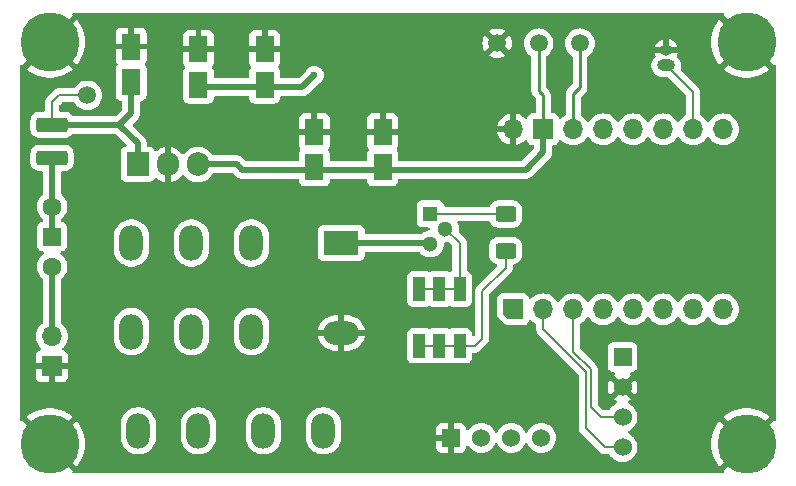
<source format=gbr>
%TF.GenerationSoftware,KiCad,Pcbnew,8.0.4*%
%TF.CreationDate,2024-07-28T00:18:49-04:00*%
%TF.ProjectId,ESP32-C3-WROOM-Node-Temperature,45535033-322d-4433-932d-57524f4f4d2d,rev?*%
%TF.SameCoordinates,Original*%
%TF.FileFunction,Copper,L1,Top*%
%TF.FilePolarity,Positive*%
%FSLAX46Y46*%
G04 Gerber Fmt 4.6, Leading zero omitted, Abs format (unit mm)*
G04 Created by KiCad (PCBNEW 8.0.4) date 2024-07-28 00:18:49*
%MOMM*%
%LPD*%
G01*
G04 APERTURE LIST*
G04 Aperture macros list*
%AMRoundRect*
0 Rectangle with rounded corners*
0 $1 Rounding radius*
0 $2 $3 $4 $5 $6 $7 $8 $9 X,Y pos of 4 corners*
0 Add a 4 corners polygon primitive as box body*
4,1,4,$2,$3,$4,$5,$6,$7,$8,$9,$2,$3,0*
0 Add four circle primitives for the rounded corners*
1,1,$1+$1,$2,$3*
1,1,$1+$1,$4,$5*
1,1,$1+$1,$6,$7*
1,1,$1+$1,$8,$9*
0 Add four rect primitives between the rounded corners*
20,1,$1+$1,$2,$3,$4,$5,0*
20,1,$1+$1,$4,$5,$6,$7,0*
20,1,$1+$1,$6,$7,$8,$9,0*
20,1,$1+$1,$8,$9,$2,$3,0*%
%AMOutline5P*
0 Free polygon, 5 corners , with rotation*
0 The origin of the aperture is its center*
0 number of corners: always 5*
0 $1 to $10 corner X, Y*
0 $11 Rotation angle, in degrees counterclockwise*
0 create outline with 5 corners*
4,1,5,$1,$2,$3,$4,$5,$6,$7,$8,$9,$10,$1,$2,$11*%
%AMOutline6P*
0 Free polygon, 6 corners , with rotation*
0 The origin of the aperture is its center*
0 number of corners: always 6*
0 $1 to $12 corner X, Y*
0 $13 Rotation angle, in degrees counterclockwise*
0 create outline with 6 corners*
4,1,6,$1,$2,$3,$4,$5,$6,$7,$8,$9,$10,$11,$12,$1,$2,$13*%
%AMOutline7P*
0 Free polygon, 7 corners , with rotation*
0 The origin of the aperture is its center*
0 number of corners: always 7*
0 $1 to $14 corner X, Y*
0 $15 Rotation angle, in degrees counterclockwise*
0 create outline with 7 corners*
4,1,7,$1,$2,$3,$4,$5,$6,$7,$8,$9,$10,$11,$12,$13,$14,$1,$2,$15*%
%AMOutline8P*
0 Free polygon, 8 corners , with rotation*
0 The origin of the aperture is its center*
0 number of corners: always 8*
0 $1 to $16 corner X, Y*
0 $17 Rotation angle, in degrees counterclockwise*
0 create outline with 8 corners*
4,1,8,$1,$2,$3,$4,$5,$6,$7,$8,$9,$10,$11,$12,$13,$14,$15,$16,$1,$2,$17*%
G04 Aperture macros list end*
%TA.AperFunction,SMDPad,CuDef*%
%ADD10R,1.600000X2.200000*%
%TD*%
%TA.AperFunction,ComponentPad*%
%ADD11R,1.300000X1.300000*%
%TD*%
%TA.AperFunction,ComponentPad*%
%ADD12C,1.300000*%
%TD*%
%TA.AperFunction,SMDPad,CuDef*%
%ADD13C,1.500000*%
%TD*%
%TA.AperFunction,ComponentPad*%
%ADD14O,2.000000X3.000000*%
%TD*%
%TA.AperFunction,ComponentPad*%
%ADD15R,1.524000X1.524000*%
%TD*%
%TA.AperFunction,ComponentPad*%
%ADD16C,1.524000*%
%TD*%
%TA.AperFunction,SMDPad,CuDef*%
%ADD17RoundRect,0.250000X-0.625000X0.400000X-0.625000X-0.400000X0.625000X-0.400000X0.625000X0.400000X0*%
%TD*%
%TA.AperFunction,ComponentPad*%
%ADD18R,1.700000X1.700000*%
%TD*%
%TA.AperFunction,ComponentPad*%
%ADD19O,1.700000X1.700000*%
%TD*%
%TA.AperFunction,SMDPad,CuDef*%
%ADD20R,1.100000X2.000000*%
%TD*%
%TA.AperFunction,ComponentPad*%
%ADD21Outline5P,-0.850000X0.425000X-0.425000X0.850000X0.850000X0.850000X0.850000X-0.850000X-0.850000X-0.850000X90.000000*%
%TD*%
%TA.AperFunction,ComponentPad*%
%ADD22C,5.000000*%
%TD*%
%TA.AperFunction,ComponentPad*%
%ADD23R,1.905000X2.000000*%
%TD*%
%TA.AperFunction,ComponentPad*%
%ADD24O,1.905000X2.000000*%
%TD*%
%TA.AperFunction,SMDPad,CuDef*%
%ADD25RoundRect,0.250000X-1.075000X0.375000X-1.075000X-0.375000X1.075000X-0.375000X1.075000X0.375000X0*%
%TD*%
%TA.AperFunction,ComponentPad*%
%ADD26R,3.000000X2.000000*%
%TD*%
%TA.AperFunction,ComponentPad*%
%ADD27O,3.000000X2.000000*%
%TD*%
%TA.AperFunction,ComponentPad*%
%ADD28O,1.500000X1.000000*%
%TD*%
%TA.AperFunction,ComponentPad*%
%ADD29O,1.000000X1.000000*%
%TD*%
%TA.AperFunction,ComponentPad*%
%ADD30R,1.500000X1.500000*%
%TD*%
%TA.AperFunction,ComponentPad*%
%ADD31C,1.600000*%
%TD*%
%TA.AperFunction,ViaPad*%
%ADD32C,0.600000*%
%TD*%
%TA.AperFunction,Conductor*%
%ADD33C,0.200000*%
%TD*%
%TA.AperFunction,Conductor*%
%ADD34C,0.500000*%
%TD*%
%TA.AperFunction,Conductor*%
%ADD35C,0.250000*%
%TD*%
G04 APERTURE END LIST*
D10*
%TO.P,C4,1*%
%TO.N,+3V3*%
X131800000Y-65900000D03*
%TO.P,C4,2*%
%TO.N,GND*%
X131800000Y-62900000D03*
%TD*%
D11*
%TO.P,Q1,1,C*%
%TO.N,+3V3*%
X145830000Y-76830000D03*
D12*
%TO.P,Q1,2,B*%
%TO.N,Net-(D1-AG)*%
X147100000Y-78100000D03*
%TO.P,Q1,3,E*%
%TO.N,Net-(Q1-E)*%
X145830000Y-79370000D03*
%TD*%
D13*
%TO.P,3V3,1,1*%
%TO.N,+3V3*%
X158500000Y-62400000D03*
%TD*%
D14*
%TO.P,J3,1,Pin_1*%
%TO.N,/NC*%
X121100000Y-95200000D03*
%TO.P,J3,2,Pin_2*%
%TO.N,/COM*%
X126180000Y-95200000D03*
%TD*%
D15*
%TO.P,J4,GND,GND*%
%TO.N,GND*%
X147600000Y-95800000D03*
D16*
%TO.P,J4,SCL,SCL*%
%TO.N,/SCL*%
X155220000Y-95800000D03*
%TO.P,J4,SDA,SDA*%
%TO.N,/SDA*%
X152680000Y-95800000D03*
%TO.P,J4,Vcc,VCC*%
%TO.N,+3V3*%
X150140000Y-95800000D03*
%TD*%
D13*
%TO.P,5V,1,1*%
%TO.N,+5V*%
X155000000Y-62400000D03*
%TD*%
D15*
%TO.P,U3,1,3V3*%
%TO.N,+3V3*%
X162100000Y-88960000D03*
D16*
%TO.P,U3,2,GND*%
%TO.N,GND*%
X162100000Y-91500000D03*
%TO.P,U3,3,SCL*%
%TO.N,/SCL*%
X162100000Y-94040000D03*
%TO.P,U3,4,SDA*%
%TO.N,/SDA*%
X162100000Y-96580000D03*
%TD*%
D17*
%TO.P,R4,1*%
%TO.N,+3V3*%
X152200000Y-76849999D03*
%TO.P,R4,2*%
%TO.N,Net-(D1-AB)*%
X152200000Y-79950001D03*
%TD*%
D18*
%TO.P,J1,1,Pin_1*%
%TO.N,GND*%
X113775000Y-89750000D03*
D19*
%TO.P,J1,2,Pin_2*%
%TO.N,Net-(J1-Pin_2)*%
X113775000Y-87210000D03*
%TD*%
D20*
%TO.P,D1,1,AB*%
%TO.N,Net-(D1-AB)*%
X144900000Y-88000000D03*
%TO.P,D1,2,KB*%
X146600000Y-88000000D03*
%TO.P,D1,3,AR*%
X148300000Y-88000000D03*
%TO.P,D1,4,KR*%
%TO.N,Net-(D1-AG)*%
X148300000Y-83200000D03*
%TO.P,D1,5,AG*%
X146600000Y-83200000D03*
%TO.P,D1,6,KR*%
X144900000Y-83200000D03*
%TD*%
D10*
%TO.P,C3,1*%
%TO.N,+5V*%
X136000000Y-72900000D03*
%TO.P,C3,2*%
%TO.N,GND*%
X136000000Y-69900000D03*
%TD*%
D21*
%TO.P,U1,1,GPIO5*%
%TO.N,unconnected-(U1-GPIO5-Pad1)*%
X152840000Y-84920000D03*
D19*
%TO.P,U1,2,GPIO6_SDA*%
%TO.N,/SDA*%
X155380000Y-84920000D03*
%TO.P,U1,3,GPIO7_SCL*%
%TO.N,/SCL*%
X157920000Y-84920000D03*
%TO.P,U1,4,GPIO8_SCK*%
%TO.N,unconnected-(U1-GPIO8_SCK-Pad4)*%
X160460000Y-84920000D03*
%TO.P,U1,5,GPIO9_MISO*%
%TO.N,unconnected-(U1-GPIO9_MISO-Pad5)*%
X163000000Y-84920000D03*
%TO.P,U1,6,GPIO_MOSI*%
%TO.N,/GPIO10*%
X165540000Y-84920000D03*
%TO.P,U1,7,GPIO20_Rx*%
%TO.N,unconnected-(U1-GPIO20_Rx-Pad7)*%
X168080000Y-84920000D03*
%TO.P,U1,8,GPIO21_Tx*%
%TO.N,unconnected-(U1-GPIO21_Tx-Pad8)*%
X170620000Y-84920000D03*
%TO.P,U1,9,GPIO0_ADC0*%
%TO.N,unconnected-(U1-GPIO0_ADC0-Pad9)*%
X170620000Y-69680000D03*
%TO.P,U1,10,GPIO1_ADC1*%
%TO.N,/ADC1*%
X168080000Y-69680000D03*
%TO.P,U1,11,GPIO2_D0*%
%TO.N,unconnected-(U1-GPIO2_D0-Pad11)*%
X165540000Y-69680000D03*
%TO.P,U1,12,GPIO3_D1*%
%TO.N,unconnected-(U1-GPIO3_D1-Pad12)*%
X163000000Y-69680000D03*
%TO.P,U1,13,GPIO4_D2*%
%TO.N,unconnected-(U1-GPIO4_D2-Pad13)*%
X160460000Y-69680000D03*
%TO.P,U1,14,3V3*%
%TO.N,+3V3*%
X157920000Y-69680000D03*
D18*
%TO.P,U1,15,5V*%
%TO.N,+5V*%
X155380000Y-69680000D03*
D19*
%TO.P,U1,16,GND*%
%TO.N,GND*%
X152840000Y-69680000D03*
%TD*%
D13*
%TO.P,GND,1,1*%
%TO.N,GND*%
X151500000Y-62400000D03*
%TD*%
D22*
%TO.P,H1,1,GND*%
%TO.N,GND*%
X113600000Y-62300000D03*
%TO.P,H1,2,GND*%
X113600000Y-96300000D03*
%TO.P,H1,3,GND*%
X172600000Y-96300000D03*
%TO.P,H1,4,GND*%
X172600000Y-62300000D03*
%TD*%
D23*
%TO.P,U4,1,IN*%
%TO.N,/Power Supply/VIN*%
X121060000Y-72645000D03*
D24*
%TO.P,U4,2,GND*%
%TO.N,GND*%
X123600000Y-72645000D03*
%TO.P,U4,3,OUT*%
%TO.N,+5V*%
X126140000Y-72645000D03*
%TD*%
D13*
%TO.P,TP1,1,1*%
%TO.N,/Power Supply/VIN*%
X116800000Y-66800000D03*
%TD*%
D10*
%TO.P,C2,1*%
%TO.N,+3V3*%
X126200000Y-65900000D03*
%TO.P,C2,2*%
%TO.N,GND*%
X126200000Y-62900000D03*
%TD*%
D25*
%TO.P,D2,1,K*%
%TO.N,/Power Supply/VIN*%
X113800000Y-69300000D03*
%TO.P,D2,2,A*%
%TO.N,/Power Supply/VDC*%
X113800000Y-72100000D03*
%TD*%
D14*
%TO.P,J2,1,Pin_1*%
%TO.N,/COM*%
X131700000Y-95200000D03*
%TO.P,J2,2,Pin_2*%
%TO.N,/NO*%
X136780000Y-95200000D03*
%TD*%
%TO.P,K1,11*%
%TO.N,/COM*%
X125600000Y-79300000D03*
%TO.P,K1,12*%
%TO.N,/NO*%
X130680000Y-79300000D03*
%TO.P,K1,14*%
%TO.N,/NC*%
X120520000Y-79300000D03*
%TO.P,K1,21*%
%TO.N,/COM*%
X125600000Y-86800000D03*
%TO.P,K1,22*%
%TO.N,/NO*%
X130680000Y-86800000D03*
%TO.P,K1,24*%
%TO.N,/NC*%
X120520000Y-86800000D03*
D26*
%TO.P,K1,A1*%
%TO.N,Net-(Q1-E)*%
X138300000Y-79300000D03*
D27*
%TO.P,K1,A2*%
%TO.N,GND*%
X138300000Y-86920000D03*
%TD*%
D10*
%TO.P,C6,1*%
%TO.N,+5V*%
X141800000Y-72900000D03*
%TO.P,C6,2*%
%TO.N,GND*%
X141800000Y-69900000D03*
%TD*%
D28*
%TO.P,R2,1*%
%TO.N,/ADC1*%
X165800000Y-64270000D03*
D29*
%TO.P,R2,2*%
%TO.N,GND*%
X165800000Y-63000000D03*
%TD*%
D10*
%TO.P,C1,1*%
%TO.N,/Power Supply/VIN*%
X120500000Y-65672600D03*
%TO.P,C1,2*%
%TO.N,GND*%
X120500000Y-62672600D03*
%TD*%
D30*
%TO.P,SW1,1,COM*%
%TO.N,/Power Supply/VDC*%
X113800000Y-78760000D03*
D31*
%TO.P,SW1,2,A*%
X113800000Y-76220000D03*
%TO.P,SW1,3,B*%
%TO.N,Net-(J1-Pin_2)*%
X113800000Y-81300000D03*
%TD*%
D32*
%TO.N,+3V3*%
X136000000Y-65100000D03*
%TD*%
D33*
%TO.N,/SDA*%
X160580000Y-96580000D02*
X159000000Y-95000000D01*
X159000000Y-95000000D02*
X159000000Y-90200000D01*
X162100000Y-96580000D02*
X160580000Y-96580000D01*
X155380000Y-86580000D02*
X155380000Y-84920000D01*
X159000000Y-90200000D02*
X155380000Y-86580000D01*
%TO.N,/SCL*%
X157920000Y-88520000D02*
X157920000Y-84920000D01*
X160240000Y-94040000D02*
X159400000Y-93200000D01*
X159400000Y-90000000D02*
X157920000Y-88520000D01*
X162100000Y-94040000D02*
X160240000Y-94040000D01*
X159400000Y-93200000D02*
X159400000Y-90000000D01*
%TO.N,Net-(Q1-E)*%
X145760000Y-79300000D02*
X145830000Y-79370000D01*
D34*
X138300000Y-79300000D02*
X145760000Y-79300000D01*
D33*
%TO.N,/ADC1*%
X168080000Y-66550000D02*
X165800000Y-64270000D01*
X168080000Y-69680000D02*
X168080000Y-66550000D01*
%TO.N,+3V3*%
X152180001Y-76830000D02*
X145830000Y-76830000D01*
D34*
X136000000Y-65100000D02*
X135000000Y-66100000D01*
D33*
X145860000Y-76800000D02*
X145830000Y-76830000D01*
D34*
X135000000Y-66100000D02*
X126200000Y-66100000D01*
D35*
X157920000Y-66680000D02*
X158500000Y-66100000D01*
X157920000Y-69680000D02*
X157920000Y-66680000D01*
D33*
X152200000Y-76849999D02*
X152180001Y-76830000D01*
D35*
X158500000Y-66100000D02*
X158500000Y-62400000D01*
D34*
%TO.N,/Power Supply/VIN*%
X121060000Y-70860000D02*
X121060000Y-72645000D01*
X119500000Y-69300000D02*
X120500000Y-68300000D01*
X119500000Y-69300000D02*
X121060000Y-70860000D01*
X113800000Y-69300000D02*
X119500000Y-69300000D01*
D33*
X114400000Y-66800000D02*
X113800000Y-67400000D01*
D34*
X120500000Y-68300000D02*
X120500000Y-65672600D01*
D33*
X116800000Y-66800000D02*
X114400000Y-66800000D01*
X113800000Y-67400000D02*
X113800000Y-69300000D01*
D34*
%TO.N,+5V*%
X136000000Y-73100000D02*
X129900000Y-73100000D01*
D35*
X155380000Y-66780000D02*
X155000000Y-66400000D01*
X155000000Y-66400000D02*
X155000000Y-62400000D01*
X155380000Y-69680000D02*
X155380000Y-66780000D01*
D34*
X153900000Y-73100000D02*
X141800000Y-73100000D01*
X129900000Y-73100000D02*
X129445000Y-72645000D01*
X155380000Y-69680000D02*
X155380000Y-71620000D01*
X141800000Y-73100000D02*
X136000000Y-73100000D01*
X155380000Y-71620000D02*
X153900000Y-73100000D01*
X129445000Y-72645000D02*
X126140000Y-72645000D01*
%TO.N,/Power Supply/VDC*%
X113800000Y-76220000D02*
X113800000Y-72100000D01*
X113800000Y-78760000D02*
X113800000Y-76220000D01*
D33*
%TO.N,Net-(J1-Pin_2)*%
X113775000Y-81325000D02*
X113800000Y-81300000D01*
D34*
X113775000Y-87210000D02*
X113775000Y-81325000D01*
D33*
%TO.N,Net-(D1-AG)*%
X148300000Y-79300000D02*
X148300000Y-83200000D01*
X148300000Y-83200000D02*
X146600000Y-83200000D01*
X147100000Y-78100000D02*
X148300000Y-79300000D01*
X146600000Y-83200000D02*
X144900000Y-83200000D01*
%TO.N,Net-(D1-AB)*%
X152200000Y-81400000D02*
X152200000Y-79950001D01*
X150200000Y-83400000D02*
X150200000Y-87400000D01*
X150200000Y-87400000D02*
X149600000Y-88000000D01*
X150200000Y-83400000D02*
X152200000Y-81400000D01*
X149600000Y-88000000D02*
X144900000Y-88000000D01*
%TD*%
%TA.AperFunction,Conductor*%
%TO.N,GND*%
G36*
X170637967Y-59820185D02*
G01*
X170683722Y-59872989D01*
X170693666Y-59942147D01*
X170664641Y-60005703D01*
X170662899Y-60007416D01*
X170662818Y-60009265D01*
X171730893Y-61077340D01*
X171622816Y-61155864D01*
X171455864Y-61322816D01*
X171377340Y-61430893D01*
X170306148Y-60359701D01*
X170306147Y-60359702D01*
X170297976Y-60368363D01*
X170297972Y-60368368D01*
X170089289Y-60648677D01*
X169914561Y-60951316D01*
X169914555Y-60951329D01*
X169776145Y-61272199D01*
X169675916Y-61606988D01*
X169675914Y-61606997D01*
X169615236Y-61951119D01*
X169615235Y-61951130D01*
X169594916Y-62299996D01*
X169594916Y-62300003D01*
X169615235Y-62648869D01*
X169615236Y-62648880D01*
X169675914Y-62993002D01*
X169675916Y-62993011D01*
X169776145Y-63327800D01*
X169914555Y-63648670D01*
X169914561Y-63648683D01*
X170089289Y-63951322D01*
X170297967Y-64231625D01*
X170306148Y-64240296D01*
X171377340Y-63169105D01*
X171455864Y-63277184D01*
X171622816Y-63444136D01*
X171730893Y-63522658D01*
X170662818Y-64590733D01*
X170662819Y-64590734D01*
X170805484Y-64710445D01*
X171097461Y-64902480D01*
X171409739Y-65059314D01*
X171409745Y-65059316D01*
X171738130Y-65178838D01*
X171738133Y-65178839D01*
X172078171Y-65259429D01*
X172425276Y-65299999D01*
X172425277Y-65300000D01*
X172774723Y-65300000D01*
X172774723Y-65299999D01*
X173121827Y-65259429D01*
X173121829Y-65259429D01*
X173461866Y-65178839D01*
X173461869Y-65178838D01*
X173790254Y-65059316D01*
X173790260Y-65059314D01*
X174102538Y-64902480D01*
X174394509Y-64710449D01*
X174394510Y-64710448D01*
X174537179Y-64590734D01*
X174537180Y-64590733D01*
X173469106Y-63522658D01*
X173577184Y-63444136D01*
X173744136Y-63277184D01*
X173822659Y-63169106D01*
X174893850Y-64240297D01*
X174900977Y-64240193D01*
X174945636Y-64214097D01*
X175015443Y-64217056D01*
X175072568Y-64257287D01*
X175098875Y-64322015D01*
X175099500Y-64334447D01*
X175099500Y-94265550D01*
X175079815Y-94332589D01*
X175027011Y-94378344D01*
X174957853Y-94388288D01*
X174895304Y-94359723D01*
X174893851Y-94359701D01*
X173822658Y-95430893D01*
X173744136Y-95322816D01*
X173577184Y-95155864D01*
X173469105Y-95077340D01*
X174537180Y-94009265D01*
X174537179Y-94009264D01*
X174394519Y-93889557D01*
X174102538Y-93697519D01*
X173790260Y-93540685D01*
X173790254Y-93540683D01*
X173461869Y-93421161D01*
X173461866Y-93421160D01*
X173121828Y-93340570D01*
X172774723Y-93300000D01*
X172425277Y-93300000D01*
X172078172Y-93340570D01*
X172078170Y-93340570D01*
X171738133Y-93421160D01*
X171738130Y-93421161D01*
X171409745Y-93540683D01*
X171409739Y-93540685D01*
X171097461Y-93697519D01*
X170805480Y-93889557D01*
X170662819Y-94009264D01*
X170662818Y-94009265D01*
X171730894Y-95077340D01*
X171622816Y-95155864D01*
X171455864Y-95322816D01*
X171377340Y-95430893D01*
X170306148Y-94359701D01*
X170306147Y-94359702D01*
X170297976Y-94368363D01*
X170297972Y-94368368D01*
X170089289Y-94648677D01*
X169914561Y-94951316D01*
X169914555Y-94951329D01*
X169776145Y-95272199D01*
X169675916Y-95606988D01*
X169675914Y-95606997D01*
X169615236Y-95951119D01*
X169615235Y-95951130D01*
X169594916Y-96299996D01*
X169594916Y-96300003D01*
X169615235Y-96648869D01*
X169615236Y-96648880D01*
X169675914Y-96993002D01*
X169675916Y-96993011D01*
X169776145Y-97327800D01*
X169914555Y-97648670D01*
X169914561Y-97648683D01*
X170089289Y-97951322D01*
X170297967Y-98231625D01*
X170306148Y-98240296D01*
X171377340Y-97169105D01*
X171455864Y-97277184D01*
X171622816Y-97444136D01*
X171730893Y-97522658D01*
X170662818Y-98590733D01*
X170663197Y-98599391D01*
X170689337Y-98638683D01*
X170690445Y-98708544D01*
X170653607Y-98767914D01*
X170590520Y-98797943D01*
X170570929Y-98799500D01*
X115629070Y-98799500D01*
X115562031Y-98779815D01*
X115516276Y-98727011D01*
X115506332Y-98657853D01*
X115535357Y-98594297D01*
X115537099Y-98592582D01*
X115537180Y-98590733D01*
X114469106Y-97522659D01*
X114577184Y-97444136D01*
X114744136Y-97277184D01*
X114822658Y-97169106D01*
X115893849Y-98240297D01*
X115893851Y-98240296D01*
X115902022Y-98231636D01*
X115902033Y-98231623D01*
X116110710Y-97951322D01*
X116285438Y-97648683D01*
X116285444Y-97648670D01*
X116423854Y-97327800D01*
X116524083Y-96993011D01*
X116524085Y-96993002D01*
X116584763Y-96648880D01*
X116584764Y-96648869D01*
X116605084Y-96300003D01*
X116605084Y-96299996D01*
X116584764Y-95951130D01*
X116584763Y-95951119D01*
X116524085Y-95606997D01*
X116524083Y-95606988D01*
X116423854Y-95272199D01*
X116285444Y-94951329D01*
X116285438Y-94951316D01*
X116110710Y-94648677D01*
X116060998Y-94581902D01*
X119599500Y-94581902D01*
X119599500Y-95818097D01*
X119636446Y-96051368D01*
X119709433Y-96275996D01*
X119789767Y-96433658D01*
X119816657Y-96486433D01*
X119955483Y-96677510D01*
X120122490Y-96844517D01*
X120313567Y-96983343D01*
X120412991Y-97034002D01*
X120524003Y-97090566D01*
X120524005Y-97090566D01*
X120524008Y-97090568D01*
X120644412Y-97129689D01*
X120748631Y-97163553D01*
X120981903Y-97200500D01*
X120981908Y-97200500D01*
X121218097Y-97200500D01*
X121451368Y-97163553D01*
X121525161Y-97139576D01*
X121675992Y-97090568D01*
X121886433Y-96983343D01*
X122077510Y-96844517D01*
X122244517Y-96677510D01*
X122383343Y-96486433D01*
X122490568Y-96275992D01*
X122563553Y-96051368D01*
X122568510Y-96020070D01*
X122600500Y-95818097D01*
X122600500Y-94581902D01*
X124679500Y-94581902D01*
X124679500Y-95818097D01*
X124716446Y-96051368D01*
X124789433Y-96275996D01*
X124869767Y-96433658D01*
X124896657Y-96486433D01*
X125035483Y-96677510D01*
X125202490Y-96844517D01*
X125393567Y-96983343D01*
X125492991Y-97034002D01*
X125604003Y-97090566D01*
X125604005Y-97090566D01*
X125604008Y-97090568D01*
X125724412Y-97129689D01*
X125828631Y-97163553D01*
X126061903Y-97200500D01*
X126061908Y-97200500D01*
X126298097Y-97200500D01*
X126531368Y-97163553D01*
X126605161Y-97139576D01*
X126755992Y-97090568D01*
X126966433Y-96983343D01*
X127157510Y-96844517D01*
X127324517Y-96677510D01*
X127463343Y-96486433D01*
X127570568Y-96275992D01*
X127643553Y-96051368D01*
X127648510Y-96020070D01*
X127680500Y-95818097D01*
X127680500Y-94581902D01*
X130199500Y-94581902D01*
X130199500Y-95818097D01*
X130236446Y-96051368D01*
X130309433Y-96275996D01*
X130389767Y-96433658D01*
X130416657Y-96486433D01*
X130555483Y-96677510D01*
X130722490Y-96844517D01*
X130913567Y-96983343D01*
X131012991Y-97034002D01*
X131124003Y-97090566D01*
X131124005Y-97090566D01*
X131124008Y-97090568D01*
X131244412Y-97129689D01*
X131348631Y-97163553D01*
X131581903Y-97200500D01*
X131581908Y-97200500D01*
X131818097Y-97200500D01*
X132051368Y-97163553D01*
X132125161Y-97139576D01*
X132275992Y-97090568D01*
X132486433Y-96983343D01*
X132677510Y-96844517D01*
X132844517Y-96677510D01*
X132983343Y-96486433D01*
X133090568Y-96275992D01*
X133163553Y-96051368D01*
X133168510Y-96020070D01*
X133200500Y-95818097D01*
X133200500Y-94581902D01*
X135279500Y-94581902D01*
X135279500Y-95818097D01*
X135316446Y-96051368D01*
X135389433Y-96275996D01*
X135469767Y-96433658D01*
X135496657Y-96486433D01*
X135635483Y-96677510D01*
X135802490Y-96844517D01*
X135993567Y-96983343D01*
X136092991Y-97034002D01*
X136204003Y-97090566D01*
X136204005Y-97090566D01*
X136204008Y-97090568D01*
X136324412Y-97129689D01*
X136428631Y-97163553D01*
X136661903Y-97200500D01*
X136661908Y-97200500D01*
X136898097Y-97200500D01*
X137131368Y-97163553D01*
X137205161Y-97139576D01*
X137355992Y-97090568D01*
X137566433Y-96983343D01*
X137757510Y-96844517D01*
X137924517Y-96677510D01*
X138063343Y-96486433D01*
X138170568Y-96275992D01*
X138243553Y-96051368D01*
X138248510Y-96020070D01*
X138280500Y-95818097D01*
X138280500Y-94990155D01*
X146338000Y-94990155D01*
X146338000Y-95550000D01*
X147311184Y-95550000D01*
X147295124Y-95566060D01*
X147244964Y-95652939D01*
X147219000Y-95749840D01*
X147219000Y-95850160D01*
X147244964Y-95947061D01*
X147295124Y-96033940D01*
X147311184Y-96050000D01*
X146338000Y-96050000D01*
X146338000Y-96609844D01*
X146344401Y-96669372D01*
X146344403Y-96669379D01*
X146394645Y-96804086D01*
X146394649Y-96804093D01*
X146480809Y-96919187D01*
X146480812Y-96919190D01*
X146595906Y-97005350D01*
X146595913Y-97005354D01*
X146730620Y-97055596D01*
X146730627Y-97055598D01*
X146790155Y-97061999D01*
X146790172Y-97062000D01*
X147350000Y-97062000D01*
X147350000Y-96088816D01*
X147366060Y-96104876D01*
X147452939Y-96155036D01*
X147549840Y-96181000D01*
X147650160Y-96181000D01*
X147747061Y-96155036D01*
X147833940Y-96104876D01*
X147850000Y-96088816D01*
X147850000Y-97062000D01*
X148409828Y-97062000D01*
X148409844Y-97061999D01*
X148469372Y-97055598D01*
X148469379Y-97055596D01*
X148604086Y-97005354D01*
X148604093Y-97005350D01*
X148719187Y-96919190D01*
X148719190Y-96919187D01*
X148805350Y-96804093D01*
X148805354Y-96804086D01*
X148855596Y-96669379D01*
X148855598Y-96669372D01*
X148861999Y-96609844D01*
X148862000Y-96609827D01*
X148862000Y-96569207D01*
X148881685Y-96502168D01*
X148934489Y-96456413D01*
X149003647Y-96446469D01*
X149067203Y-96475494D01*
X149087573Y-96498082D01*
X149117264Y-96540485D01*
X149169170Y-96614615D01*
X149169175Y-96614621D01*
X149325378Y-96770824D01*
X149325384Y-96770829D01*
X149506333Y-96897531D01*
X149506335Y-96897532D01*
X149506338Y-96897534D01*
X149706550Y-96990894D01*
X149919932Y-97048070D01*
X150077123Y-97061822D01*
X150139998Y-97067323D01*
X150140000Y-97067323D01*
X150140002Y-97067323D01*
X150195017Y-97062509D01*
X150360068Y-97048070D01*
X150573450Y-96990894D01*
X150773662Y-96897534D01*
X150954620Y-96770826D01*
X151110826Y-96614620D01*
X151237534Y-96433662D01*
X151297618Y-96304811D01*
X151343790Y-96252371D01*
X151410983Y-96233219D01*
X151477865Y-96253435D01*
X151522382Y-96304811D01*
X151582464Y-96433658D01*
X151582468Y-96433666D01*
X151709170Y-96614615D01*
X151709175Y-96614621D01*
X151865378Y-96770824D01*
X151865384Y-96770829D01*
X152046333Y-96897531D01*
X152046335Y-96897532D01*
X152046338Y-96897534D01*
X152246550Y-96990894D01*
X152459932Y-97048070D01*
X152617123Y-97061822D01*
X152679998Y-97067323D01*
X152680000Y-97067323D01*
X152680002Y-97067323D01*
X152735017Y-97062509D01*
X152900068Y-97048070D01*
X153113450Y-96990894D01*
X153313662Y-96897534D01*
X153494620Y-96770826D01*
X153650826Y-96614620D01*
X153777534Y-96433662D01*
X153837618Y-96304811D01*
X153883790Y-96252371D01*
X153950983Y-96233219D01*
X154017865Y-96253435D01*
X154062382Y-96304811D01*
X154122464Y-96433658D01*
X154122468Y-96433666D01*
X154249170Y-96614615D01*
X154249175Y-96614621D01*
X154405378Y-96770824D01*
X154405384Y-96770829D01*
X154586333Y-96897531D01*
X154586335Y-96897532D01*
X154586338Y-96897534D01*
X154786550Y-96990894D01*
X154999932Y-97048070D01*
X155157123Y-97061822D01*
X155219998Y-97067323D01*
X155220000Y-97067323D01*
X155220002Y-97067323D01*
X155275017Y-97062509D01*
X155440068Y-97048070D01*
X155653450Y-96990894D01*
X155853662Y-96897534D01*
X156034620Y-96770826D01*
X156190826Y-96614620D01*
X156317534Y-96433662D01*
X156410894Y-96233450D01*
X156468070Y-96020068D01*
X156487323Y-95800000D01*
X156468070Y-95579932D01*
X156410894Y-95366550D01*
X156317534Y-95166339D01*
X156213026Y-95017085D01*
X156190827Y-94985381D01*
X156115342Y-94909896D01*
X156034620Y-94829174D01*
X156034616Y-94829171D01*
X156034615Y-94829170D01*
X155853666Y-94702468D01*
X155853662Y-94702466D01*
X155834170Y-94693377D01*
X155653450Y-94609106D01*
X155653447Y-94609105D01*
X155653445Y-94609104D01*
X155440070Y-94551930D01*
X155440062Y-94551929D01*
X155220002Y-94532677D01*
X155219998Y-94532677D01*
X154999937Y-94551929D01*
X154999929Y-94551930D01*
X154786554Y-94609104D01*
X154786548Y-94609107D01*
X154586340Y-94702465D01*
X154586338Y-94702466D01*
X154405377Y-94829175D01*
X154249175Y-94985377D01*
X154122466Y-95166338D01*
X154122465Y-95166340D01*
X154062382Y-95295189D01*
X154016209Y-95347628D01*
X153949016Y-95366780D01*
X153882135Y-95346564D01*
X153837618Y-95295189D01*
X153808052Y-95231785D01*
X153777534Y-95166339D01*
X153673026Y-95017085D01*
X153650827Y-94985381D01*
X153575342Y-94909896D01*
X153494620Y-94829174D01*
X153494616Y-94829171D01*
X153494615Y-94829170D01*
X153313666Y-94702468D01*
X153313662Y-94702466D01*
X153294170Y-94693377D01*
X153113450Y-94609106D01*
X153113447Y-94609105D01*
X153113445Y-94609104D01*
X152900070Y-94551930D01*
X152900062Y-94551929D01*
X152680002Y-94532677D01*
X152679998Y-94532677D01*
X152459937Y-94551929D01*
X152459929Y-94551930D01*
X152246554Y-94609104D01*
X152246548Y-94609107D01*
X152046340Y-94702465D01*
X152046338Y-94702466D01*
X151865377Y-94829175D01*
X151709175Y-94985377D01*
X151582466Y-95166338D01*
X151582465Y-95166340D01*
X151522382Y-95295189D01*
X151476209Y-95347628D01*
X151409016Y-95366780D01*
X151342135Y-95346564D01*
X151297618Y-95295189D01*
X151268052Y-95231785D01*
X151237534Y-95166339D01*
X151133026Y-95017085D01*
X151110827Y-94985381D01*
X151035342Y-94909896D01*
X150954620Y-94829174D01*
X150954616Y-94829171D01*
X150954615Y-94829170D01*
X150773666Y-94702468D01*
X150773662Y-94702466D01*
X150754170Y-94693377D01*
X150573450Y-94609106D01*
X150573447Y-94609105D01*
X150573445Y-94609104D01*
X150360070Y-94551930D01*
X150360062Y-94551929D01*
X150140002Y-94532677D01*
X150139998Y-94532677D01*
X149919937Y-94551929D01*
X149919929Y-94551930D01*
X149706554Y-94609104D01*
X149706548Y-94609107D01*
X149506340Y-94702465D01*
X149506338Y-94702466D01*
X149325377Y-94829175D01*
X149169175Y-94985377D01*
X149087575Y-95101916D01*
X149032998Y-95145541D01*
X148963500Y-95152735D01*
X148901145Y-95121212D01*
X148865731Y-95060983D01*
X148862000Y-95030793D01*
X148862000Y-94990172D01*
X148861999Y-94990155D01*
X148855598Y-94930627D01*
X148855596Y-94930620D01*
X148805354Y-94795913D01*
X148805350Y-94795906D01*
X148719190Y-94680812D01*
X148719187Y-94680809D01*
X148604093Y-94594649D01*
X148604086Y-94594645D01*
X148469379Y-94544403D01*
X148469372Y-94544401D01*
X148409844Y-94538000D01*
X147850000Y-94538000D01*
X147850000Y-95511184D01*
X147833940Y-95495124D01*
X147747061Y-95444964D01*
X147650160Y-95419000D01*
X147549840Y-95419000D01*
X147452939Y-95444964D01*
X147366060Y-95495124D01*
X147350000Y-95511184D01*
X147350000Y-94538000D01*
X146790155Y-94538000D01*
X146730627Y-94544401D01*
X146730620Y-94544403D01*
X146595913Y-94594645D01*
X146595906Y-94594649D01*
X146480812Y-94680809D01*
X146480809Y-94680812D01*
X146394649Y-94795906D01*
X146394645Y-94795913D01*
X146344403Y-94930620D01*
X146344401Y-94930627D01*
X146338000Y-94990155D01*
X138280500Y-94990155D01*
X138280500Y-94581902D01*
X138243553Y-94348631D01*
X138170566Y-94124003D01*
X138063342Y-93913566D01*
X137924517Y-93722490D01*
X137757510Y-93555483D01*
X137566433Y-93416657D01*
X137539985Y-93403181D01*
X137355996Y-93309433D01*
X137131368Y-93236446D01*
X136898097Y-93199500D01*
X136898092Y-93199500D01*
X136661908Y-93199500D01*
X136661903Y-93199500D01*
X136428631Y-93236446D01*
X136204003Y-93309433D01*
X135993566Y-93416657D01*
X135962126Y-93439500D01*
X135802490Y-93555483D01*
X135802488Y-93555485D01*
X135802487Y-93555485D01*
X135635485Y-93722487D01*
X135635485Y-93722488D01*
X135635483Y-93722490D01*
X135575862Y-93804550D01*
X135496657Y-93913566D01*
X135389433Y-94124003D01*
X135316446Y-94348631D01*
X135279500Y-94581902D01*
X133200500Y-94581902D01*
X133163553Y-94348631D01*
X133090566Y-94124003D01*
X132983342Y-93913566D01*
X132844517Y-93722490D01*
X132677510Y-93555483D01*
X132486433Y-93416657D01*
X132459985Y-93403181D01*
X132275996Y-93309433D01*
X132051368Y-93236446D01*
X131818097Y-93199500D01*
X131818092Y-93199500D01*
X131581908Y-93199500D01*
X131581903Y-93199500D01*
X131348631Y-93236446D01*
X131124003Y-93309433D01*
X130913566Y-93416657D01*
X130882126Y-93439500D01*
X130722490Y-93555483D01*
X130722488Y-93555485D01*
X130722487Y-93555485D01*
X130555485Y-93722487D01*
X130555485Y-93722488D01*
X130555483Y-93722490D01*
X130495862Y-93804550D01*
X130416657Y-93913566D01*
X130309433Y-94124003D01*
X130236446Y-94348631D01*
X130199500Y-94581902D01*
X127680500Y-94581902D01*
X127643553Y-94348631D01*
X127570566Y-94124003D01*
X127463342Y-93913566D01*
X127324517Y-93722490D01*
X127157510Y-93555483D01*
X126966433Y-93416657D01*
X126939985Y-93403181D01*
X126755996Y-93309433D01*
X126531368Y-93236446D01*
X126298097Y-93199500D01*
X126298092Y-93199500D01*
X126061908Y-93199500D01*
X126061903Y-93199500D01*
X125828631Y-93236446D01*
X125604003Y-93309433D01*
X125393566Y-93416657D01*
X125362126Y-93439500D01*
X125202490Y-93555483D01*
X125202488Y-93555485D01*
X125202487Y-93555485D01*
X125035485Y-93722487D01*
X125035485Y-93722488D01*
X125035483Y-93722490D01*
X124975862Y-93804550D01*
X124896657Y-93913566D01*
X124789433Y-94124003D01*
X124716446Y-94348631D01*
X124679500Y-94581902D01*
X122600500Y-94581902D01*
X122563553Y-94348631D01*
X122490566Y-94124003D01*
X122383342Y-93913566D01*
X122244517Y-93722490D01*
X122077510Y-93555483D01*
X121886433Y-93416657D01*
X121859985Y-93403181D01*
X121675996Y-93309433D01*
X121451368Y-93236446D01*
X121218097Y-93199500D01*
X121218092Y-93199500D01*
X120981908Y-93199500D01*
X120981903Y-93199500D01*
X120748631Y-93236446D01*
X120524003Y-93309433D01*
X120313566Y-93416657D01*
X120282126Y-93439500D01*
X120122490Y-93555483D01*
X120122488Y-93555485D01*
X120122487Y-93555485D01*
X119955485Y-93722487D01*
X119955485Y-93722488D01*
X119955483Y-93722490D01*
X119895862Y-93804550D01*
X119816657Y-93913566D01*
X119709433Y-94124003D01*
X119636446Y-94348631D01*
X119599500Y-94581902D01*
X116060998Y-94581902D01*
X115902032Y-94368374D01*
X115893850Y-94359702D01*
X114822658Y-95430893D01*
X114744136Y-95322816D01*
X114577184Y-95155864D01*
X114469105Y-95077340D01*
X115537180Y-94009265D01*
X115537179Y-94009264D01*
X115394519Y-93889557D01*
X115102538Y-93697519D01*
X114790260Y-93540685D01*
X114790254Y-93540683D01*
X114461869Y-93421161D01*
X114461866Y-93421160D01*
X114121828Y-93340570D01*
X113774723Y-93300000D01*
X113425277Y-93300000D01*
X113078172Y-93340570D01*
X113078170Y-93340570D01*
X112738133Y-93421160D01*
X112738130Y-93421161D01*
X112409745Y-93540683D01*
X112409739Y-93540685D01*
X112097461Y-93697519D01*
X111805480Y-93889557D01*
X111662819Y-94009264D01*
X111662818Y-94009265D01*
X112730894Y-95077340D01*
X112622816Y-95155864D01*
X112455864Y-95322816D01*
X112377340Y-95430893D01*
X111306148Y-94359701D01*
X111299012Y-94359806D01*
X111254376Y-94385895D01*
X111184569Y-94382943D01*
X111127439Y-94342718D01*
X111101126Y-94277993D01*
X111100500Y-94265548D01*
X111100500Y-71674983D01*
X111974500Y-71674983D01*
X111974500Y-72525001D01*
X111974501Y-72525019D01*
X111985000Y-72627796D01*
X111985001Y-72627799D01*
X112040185Y-72794331D01*
X112040186Y-72794334D01*
X112132288Y-72943656D01*
X112256344Y-73067712D01*
X112405666Y-73159814D01*
X112572203Y-73214999D01*
X112674991Y-73225500D01*
X112925501Y-73225499D01*
X112992539Y-73245183D01*
X113038294Y-73297987D01*
X113049500Y-73349499D01*
X113049500Y-75093336D01*
X113029815Y-75160375D01*
X112996625Y-75194910D01*
X112960863Y-75219951D01*
X112799951Y-75380862D01*
X112669432Y-75567265D01*
X112669431Y-75567267D01*
X112573261Y-75773502D01*
X112573258Y-75773511D01*
X112514366Y-75993302D01*
X112514364Y-75993313D01*
X112494532Y-76219998D01*
X112494532Y-76220001D01*
X112514364Y-76446686D01*
X112514366Y-76446697D01*
X112573258Y-76666488D01*
X112573261Y-76666497D01*
X112669431Y-76872732D01*
X112669432Y-76872734D01*
X112799954Y-77059141D01*
X112960859Y-77220046D01*
X112996621Y-77245086D01*
X113040247Y-77299662D01*
X113049500Y-77346662D01*
X113049500Y-77393023D01*
X113029815Y-77460062D01*
X112977011Y-77505817D01*
X112949865Y-77513266D01*
X112950068Y-77514124D01*
X112942520Y-77515907D01*
X112807671Y-77566202D01*
X112807664Y-77566206D01*
X112692455Y-77652452D01*
X112692452Y-77652455D01*
X112606206Y-77767664D01*
X112606202Y-77767671D01*
X112555908Y-77902517D01*
X112551615Y-77942452D01*
X112549501Y-77962123D01*
X112549500Y-77962135D01*
X112549500Y-79557870D01*
X112549501Y-79557876D01*
X112555908Y-79617483D01*
X112606202Y-79752328D01*
X112606206Y-79752335D01*
X112692452Y-79867544D01*
X112692455Y-79867547D01*
X112807664Y-79953793D01*
X112807671Y-79953797D01*
X112852618Y-79970561D01*
X112942517Y-80004091D01*
X112996157Y-80009858D01*
X113060703Y-80036594D01*
X113100552Y-80093986D01*
X113103047Y-80163811D01*
X113067395Y-80223900D01*
X113054022Y-80234721D01*
X112960856Y-80299956D01*
X112799954Y-80460858D01*
X112669432Y-80647265D01*
X112669431Y-80647267D01*
X112573261Y-80853502D01*
X112573258Y-80853511D01*
X112514366Y-81073302D01*
X112514364Y-81073313D01*
X112494532Y-81299998D01*
X112494532Y-81300001D01*
X112514364Y-81526686D01*
X112514366Y-81526697D01*
X112573258Y-81746488D01*
X112573261Y-81746497D01*
X112669431Y-81952732D01*
X112669432Y-81952734D01*
X112799954Y-82139141D01*
X112960857Y-82300044D01*
X112960860Y-82300046D01*
X112960861Y-82300047D01*
X112971620Y-82307580D01*
X113015246Y-82362154D01*
X113024500Y-82409157D01*
X113024500Y-86022298D01*
X113004815Y-86089337D01*
X112971625Y-86123872D01*
X112903595Y-86171507D01*
X112736505Y-86338597D01*
X112600965Y-86532169D01*
X112600964Y-86532171D01*
X112501098Y-86746335D01*
X112501094Y-86746344D01*
X112439938Y-86974586D01*
X112439936Y-86974596D01*
X112419341Y-87209999D01*
X112419341Y-87210000D01*
X112439936Y-87445403D01*
X112439938Y-87445413D01*
X112501094Y-87673655D01*
X112501097Y-87673663D01*
X112600965Y-87887830D01*
X112600967Y-87887834D01*
X112709281Y-88042521D01*
X112736501Y-88081396D01*
X112736506Y-88081402D01*
X112858818Y-88203714D01*
X112892303Y-88265037D01*
X112887319Y-88334729D01*
X112845447Y-88390662D01*
X112814471Y-88407577D01*
X112682912Y-88456646D01*
X112682906Y-88456649D01*
X112567812Y-88542809D01*
X112567809Y-88542812D01*
X112481649Y-88657906D01*
X112481645Y-88657913D01*
X112431403Y-88792620D01*
X112431401Y-88792627D01*
X112425000Y-88852155D01*
X112425000Y-89500000D01*
X113341988Y-89500000D01*
X113309075Y-89557007D01*
X113275000Y-89684174D01*
X113275000Y-89815826D01*
X113309075Y-89942993D01*
X113341988Y-90000000D01*
X112425000Y-90000000D01*
X112425000Y-90647844D01*
X112431401Y-90707372D01*
X112431403Y-90707379D01*
X112481645Y-90842086D01*
X112481649Y-90842093D01*
X112567809Y-90957187D01*
X112567812Y-90957190D01*
X112682906Y-91043350D01*
X112682913Y-91043354D01*
X112817620Y-91093596D01*
X112817627Y-91093598D01*
X112877155Y-91099999D01*
X112877172Y-91100000D01*
X113525000Y-91100000D01*
X113525000Y-90183012D01*
X113582007Y-90215925D01*
X113709174Y-90250000D01*
X113840826Y-90250000D01*
X113967993Y-90215925D01*
X114025000Y-90183012D01*
X114025000Y-91100000D01*
X114672828Y-91100000D01*
X114672844Y-91099999D01*
X114732372Y-91093598D01*
X114732379Y-91093596D01*
X114867086Y-91043354D01*
X114867093Y-91043350D01*
X114982187Y-90957190D01*
X114982190Y-90957187D01*
X115068350Y-90842093D01*
X115068354Y-90842086D01*
X115118596Y-90707379D01*
X115118598Y-90707372D01*
X115124999Y-90647844D01*
X115125000Y-90647827D01*
X115125000Y-90000000D01*
X114208012Y-90000000D01*
X114240925Y-89942993D01*
X114275000Y-89815826D01*
X114275000Y-89684174D01*
X114240925Y-89557007D01*
X114208012Y-89500000D01*
X115125000Y-89500000D01*
X115125000Y-88852172D01*
X115124999Y-88852155D01*
X115118598Y-88792627D01*
X115118596Y-88792620D01*
X115068354Y-88657913D01*
X115068350Y-88657906D01*
X114982190Y-88542812D01*
X114982187Y-88542809D01*
X114867093Y-88456649D01*
X114867088Y-88456646D01*
X114735528Y-88407577D01*
X114679595Y-88365705D01*
X114655178Y-88300241D01*
X114670030Y-88231968D01*
X114691175Y-88203720D01*
X114813495Y-88081401D01*
X114949035Y-87887830D01*
X115048903Y-87673663D01*
X115110063Y-87445408D01*
X115130659Y-87210000D01*
X115110063Y-86974592D01*
X115048903Y-86746337D01*
X114949035Y-86532171D01*
X114940444Y-86519901D01*
X114813494Y-86338597D01*
X114656799Y-86181902D01*
X119019500Y-86181902D01*
X119019500Y-87418097D01*
X119056446Y-87651368D01*
X119129433Y-87875996D01*
X119234093Y-88081401D01*
X119236657Y-88086433D01*
X119375483Y-88277510D01*
X119542490Y-88444517D01*
X119733567Y-88583343D01*
X119789233Y-88611706D01*
X119944003Y-88690566D01*
X119944005Y-88690566D01*
X119944008Y-88690568D01*
X120048440Y-88724500D01*
X120168631Y-88763553D01*
X120401903Y-88800500D01*
X120401908Y-88800500D01*
X120638097Y-88800500D01*
X120871368Y-88763553D01*
X121095992Y-88690568D01*
X121306433Y-88583343D01*
X121497510Y-88444517D01*
X121664517Y-88277510D01*
X121803343Y-88086433D01*
X121910568Y-87875992D01*
X121983553Y-87651368D01*
X122020500Y-87418097D01*
X122020500Y-86181902D01*
X124099500Y-86181902D01*
X124099500Y-87418097D01*
X124136446Y-87651368D01*
X124209433Y-87875996D01*
X124314093Y-88081401D01*
X124316657Y-88086433D01*
X124455483Y-88277510D01*
X124622490Y-88444517D01*
X124813567Y-88583343D01*
X124869233Y-88611706D01*
X125024003Y-88690566D01*
X125024005Y-88690566D01*
X125024008Y-88690568D01*
X125128440Y-88724500D01*
X125248631Y-88763553D01*
X125481903Y-88800500D01*
X125481908Y-88800500D01*
X125718097Y-88800500D01*
X125951368Y-88763553D01*
X126175992Y-88690568D01*
X126386433Y-88583343D01*
X126577510Y-88444517D01*
X126744517Y-88277510D01*
X126883343Y-88086433D01*
X126990568Y-87875992D01*
X127063553Y-87651368D01*
X127100500Y-87418097D01*
X127100500Y-86181902D01*
X129179500Y-86181902D01*
X129179500Y-87418097D01*
X129216446Y-87651368D01*
X129289433Y-87875996D01*
X129394093Y-88081401D01*
X129396657Y-88086433D01*
X129535483Y-88277510D01*
X129702490Y-88444517D01*
X129893567Y-88583343D01*
X129949233Y-88611706D01*
X130104003Y-88690566D01*
X130104005Y-88690566D01*
X130104008Y-88690568D01*
X130208440Y-88724500D01*
X130328631Y-88763553D01*
X130561903Y-88800500D01*
X130561908Y-88800500D01*
X130798097Y-88800500D01*
X131031368Y-88763553D01*
X131255992Y-88690568D01*
X131466433Y-88583343D01*
X131657510Y-88444517D01*
X131824517Y-88277510D01*
X131963343Y-88086433D01*
X132070568Y-87875992D01*
X132143553Y-87651368D01*
X132180500Y-87418097D01*
X132180500Y-86670000D01*
X136320898Y-86670000D01*
X137866988Y-86670000D01*
X137834075Y-86727007D01*
X137800000Y-86854174D01*
X137800000Y-86985826D01*
X137834075Y-87112993D01*
X137866988Y-87170000D01*
X136320898Y-87170000D01*
X136336934Y-87271247D01*
X136409897Y-87495802D01*
X136517085Y-87706171D01*
X136655866Y-87897186D01*
X136822813Y-88064133D01*
X137013828Y-88202914D01*
X137224197Y-88310102D01*
X137448752Y-88383065D01*
X137448751Y-88383065D01*
X137681948Y-88420000D01*
X138050000Y-88420000D01*
X138050000Y-87353012D01*
X138107007Y-87385925D01*
X138234174Y-87420000D01*
X138365826Y-87420000D01*
X138492993Y-87385925D01*
X138550000Y-87353012D01*
X138550000Y-88420000D01*
X138918052Y-88420000D01*
X139151247Y-88383065D01*
X139375802Y-88310102D01*
X139586171Y-88202914D01*
X139777186Y-88064133D01*
X139944133Y-87897186D01*
X140082914Y-87706171D01*
X140190102Y-87495802D01*
X140263065Y-87271247D01*
X140279102Y-87170000D01*
X138733012Y-87170000D01*
X138765925Y-87112993D01*
X138800000Y-86985826D01*
X138800000Y-86952135D01*
X143849500Y-86952135D01*
X143849500Y-89047870D01*
X143849501Y-89047876D01*
X143855908Y-89107483D01*
X143906202Y-89242328D01*
X143906206Y-89242335D01*
X143992452Y-89357544D01*
X143992455Y-89357547D01*
X144107664Y-89443793D01*
X144107671Y-89443797D01*
X144242517Y-89494091D01*
X144242516Y-89494091D01*
X144249444Y-89494835D01*
X144302127Y-89500500D01*
X145497872Y-89500499D01*
X145557483Y-89494091D01*
X145692331Y-89443796D01*
X145692333Y-89443794D01*
X145700640Y-89440696D01*
X145701285Y-89442426D01*
X145758837Y-89429902D01*
X145798988Y-89441691D01*
X145799360Y-89440696D01*
X145807666Y-89443794D01*
X145807669Y-89443796D01*
X145942517Y-89494091D01*
X146002127Y-89500500D01*
X147197872Y-89500499D01*
X147257483Y-89494091D01*
X147392331Y-89443796D01*
X147392333Y-89443794D01*
X147400640Y-89440696D01*
X147401285Y-89442426D01*
X147458837Y-89429902D01*
X147498988Y-89441691D01*
X147499360Y-89440696D01*
X147507666Y-89443794D01*
X147507669Y-89443796D01*
X147642517Y-89494091D01*
X147702127Y-89500500D01*
X148897872Y-89500499D01*
X148957483Y-89494091D01*
X149092331Y-89443796D01*
X149207546Y-89357546D01*
X149293796Y-89242331D01*
X149344091Y-89107483D01*
X149350500Y-89047873D01*
X149350500Y-88724500D01*
X149370185Y-88657461D01*
X149422989Y-88611706D01*
X149474500Y-88600500D01*
X149513331Y-88600500D01*
X149513347Y-88600501D01*
X149520943Y-88600501D01*
X149679054Y-88600501D01*
X149679057Y-88600501D01*
X149831785Y-88559577D01*
X149881904Y-88530639D01*
X149968716Y-88480520D01*
X150080520Y-88368716D01*
X150080520Y-88368714D01*
X150090728Y-88358507D01*
X150090730Y-88358504D01*
X150558506Y-87890728D01*
X150558511Y-87890724D01*
X150568714Y-87880520D01*
X150568716Y-87880520D01*
X150680520Y-87768716D01*
X150735398Y-87673663D01*
X150759577Y-87631785D01*
X150800500Y-87479057D01*
X150800500Y-87320943D01*
X150800500Y-84022135D01*
X151489500Y-84022135D01*
X151489500Y-85385970D01*
X151500060Y-85470049D01*
X151555136Y-85603015D01*
X151555137Y-85603016D01*
X151607121Y-85669935D01*
X151607127Y-85669941D01*
X152090067Y-86152882D01*
X152090077Y-86152891D01*
X152142876Y-86193905D01*
X152156984Y-86204864D01*
X152289951Y-86259940D01*
X152374023Y-86270500D01*
X153737872Y-86270499D01*
X153797483Y-86264091D01*
X153932331Y-86213796D01*
X154047546Y-86127546D01*
X154133796Y-86012331D01*
X154182810Y-85880916D01*
X154224681Y-85824984D01*
X154290145Y-85800566D01*
X154358418Y-85815417D01*
X154386673Y-85836569D01*
X154508599Y-85958495D01*
X154599719Y-86022298D01*
X154702165Y-86094032D01*
X154702167Y-86094033D01*
X154702170Y-86094035D01*
X154707898Y-86096706D01*
X154760339Y-86142872D01*
X154779500Y-86209090D01*
X154779500Y-86493330D01*
X154779499Y-86493348D01*
X154779499Y-86659054D01*
X154779498Y-86659054D01*
X154820423Y-86811785D01*
X154849358Y-86861900D01*
X154849359Y-86861904D01*
X154849360Y-86861904D01*
X154899479Y-86948714D01*
X154899481Y-86948717D01*
X155018349Y-87067585D01*
X155018355Y-87067590D01*
X158363181Y-90412416D01*
X158396666Y-90473739D01*
X158399500Y-90500097D01*
X158399500Y-94913330D01*
X158399499Y-94913348D01*
X158399499Y-95079054D01*
X158399498Y-95079054D01*
X158399499Y-95079057D01*
X158440184Y-95230894D01*
X158440423Y-95231784D01*
X158440424Y-95231787D01*
X158444057Y-95238079D01*
X158444058Y-95238081D01*
X158519477Y-95368712D01*
X158519481Y-95368717D01*
X158638349Y-95487585D01*
X158638355Y-95487590D01*
X160095139Y-96944374D01*
X160095149Y-96944385D01*
X160099479Y-96948715D01*
X160099480Y-96948716D01*
X160211284Y-97060520D01*
X160211286Y-97060521D01*
X160211290Y-97060524D01*
X160263329Y-97090568D01*
X160348216Y-97139577D01*
X160437696Y-97163553D01*
X160500942Y-97180500D01*
X160500943Y-97180500D01*
X160914695Y-97180500D01*
X160981734Y-97200185D01*
X161016270Y-97233377D01*
X161082386Y-97327800D01*
X161129170Y-97394615D01*
X161129175Y-97394621D01*
X161285378Y-97550824D01*
X161285384Y-97550829D01*
X161466333Y-97677531D01*
X161466335Y-97677532D01*
X161466338Y-97677534D01*
X161666550Y-97770894D01*
X161879932Y-97828070D01*
X162037123Y-97841822D01*
X162099998Y-97847323D01*
X162100000Y-97847323D01*
X162100002Y-97847323D01*
X162155017Y-97842509D01*
X162320068Y-97828070D01*
X162533450Y-97770894D01*
X162733662Y-97677534D01*
X162914620Y-97550826D01*
X163070826Y-97394620D01*
X163197534Y-97213662D01*
X163290894Y-97013450D01*
X163348070Y-96800068D01*
X163367323Y-96580000D01*
X163348070Y-96359932D01*
X163290894Y-96146550D01*
X163197534Y-95946339D01*
X163107735Y-95818092D01*
X163070827Y-95765381D01*
X163029646Y-95724200D01*
X162914620Y-95609174D01*
X162914616Y-95609171D01*
X162914615Y-95609170D01*
X162733666Y-95482468D01*
X162733658Y-95482464D01*
X162604811Y-95422382D01*
X162552371Y-95376210D01*
X162533219Y-95309017D01*
X162553435Y-95242135D01*
X162604811Y-95197618D01*
X162610802Y-95194824D01*
X162733662Y-95137534D01*
X162914620Y-95010826D01*
X163070826Y-94854620D01*
X163197534Y-94673662D01*
X163290894Y-94473450D01*
X163348070Y-94260068D01*
X163367323Y-94040000D01*
X163348070Y-93819932D01*
X163290894Y-93606550D01*
X163197534Y-93406339D01*
X163078575Y-93236447D01*
X163070827Y-93225381D01*
X163044946Y-93199500D01*
X162914620Y-93069174D01*
X162914616Y-93069171D01*
X162914615Y-93069170D01*
X162733666Y-92942468D01*
X162733662Y-92942466D01*
X162604218Y-92882105D01*
X162551779Y-92835932D01*
X162532627Y-92768739D01*
X162552843Y-92701858D01*
X162604219Y-92657340D01*
X162733416Y-92597095D01*
X162733417Y-92597094D01*
X162798188Y-92551741D01*
X162127448Y-91881000D01*
X162150160Y-91881000D01*
X162247061Y-91855036D01*
X162333940Y-91804876D01*
X162404876Y-91733940D01*
X162455036Y-91647061D01*
X162481000Y-91550160D01*
X162481000Y-91527447D01*
X163151741Y-92198188D01*
X163197094Y-92133417D01*
X163197100Y-92133407D01*
X163290419Y-91933284D01*
X163290424Y-91933270D01*
X163347573Y-91719986D01*
X163347575Y-91719976D01*
X163366821Y-91500000D01*
X163366821Y-91499999D01*
X163347575Y-91280023D01*
X163347573Y-91280013D01*
X163290424Y-91066729D01*
X163290420Y-91066720D01*
X163197096Y-90866586D01*
X163151741Y-90801811D01*
X163151740Y-90801810D01*
X162481000Y-91472551D01*
X162481000Y-91449840D01*
X162455036Y-91352939D01*
X162404876Y-91266060D01*
X162333940Y-91195124D01*
X162247061Y-91144964D01*
X162150160Y-91119000D01*
X162127448Y-91119000D01*
X162798188Y-90448259D01*
X162798187Y-90448258D01*
X162797925Y-90448074D01*
X162754300Y-90393498D01*
X162747106Y-90323999D01*
X162778628Y-90261644D01*
X162838858Y-90226230D01*
X162869047Y-90222499D01*
X162909872Y-90222499D01*
X162969483Y-90216091D01*
X163104331Y-90165796D01*
X163219546Y-90079546D01*
X163305796Y-89964331D01*
X163356091Y-89829483D01*
X163362500Y-89769873D01*
X163362499Y-88150128D01*
X163356091Y-88090517D01*
X163352691Y-88081402D01*
X163305797Y-87955671D01*
X163305793Y-87955664D01*
X163219547Y-87840455D01*
X163219544Y-87840452D01*
X163104335Y-87754206D01*
X163104328Y-87754202D01*
X162969482Y-87703908D01*
X162969483Y-87703908D01*
X162909883Y-87697501D01*
X162909881Y-87697500D01*
X162909873Y-87697500D01*
X162909864Y-87697500D01*
X161290129Y-87697500D01*
X161290123Y-87697501D01*
X161230516Y-87703908D01*
X161095671Y-87754202D01*
X161095664Y-87754206D01*
X160980455Y-87840452D01*
X160980452Y-87840455D01*
X160894206Y-87955664D01*
X160894202Y-87955671D01*
X160843908Y-88090517D01*
X160837501Y-88150116D01*
X160837501Y-88150123D01*
X160837500Y-88150135D01*
X160837500Y-89769870D01*
X160837501Y-89769876D01*
X160843908Y-89829483D01*
X160894202Y-89964328D01*
X160894206Y-89964335D01*
X160980452Y-90079544D01*
X160980455Y-90079547D01*
X161095664Y-90165793D01*
X161095671Y-90165797D01*
X161230517Y-90216091D01*
X161230516Y-90216091D01*
X161237444Y-90216835D01*
X161290127Y-90222500D01*
X161330949Y-90222499D01*
X161397986Y-90242182D01*
X161443742Y-90294985D01*
X161453687Y-90364143D01*
X161424664Y-90427700D01*
X161402072Y-90448074D01*
X161401811Y-90448256D01*
X161401810Y-90448257D01*
X162072553Y-91119000D01*
X162049840Y-91119000D01*
X161952939Y-91144964D01*
X161866060Y-91195124D01*
X161795124Y-91266060D01*
X161744964Y-91352939D01*
X161719000Y-91449840D01*
X161719000Y-91472552D01*
X161048258Y-90801811D01*
X161002901Y-90866590D01*
X160909579Y-91066720D01*
X160909575Y-91066729D01*
X160852426Y-91280013D01*
X160852424Y-91280023D01*
X160833179Y-91499999D01*
X160833179Y-91500000D01*
X160852424Y-91719976D01*
X160852426Y-91719986D01*
X160909575Y-91933270D01*
X160909580Y-91933284D01*
X161002898Y-92133405D01*
X161002901Y-92133411D01*
X161048258Y-92198187D01*
X161048259Y-92198188D01*
X161719000Y-91527447D01*
X161719000Y-91550160D01*
X161744964Y-91647061D01*
X161795124Y-91733940D01*
X161866060Y-91804876D01*
X161952939Y-91855036D01*
X162049840Y-91881000D01*
X162072553Y-91881000D01*
X161401810Y-92551740D01*
X161466589Y-92597098D01*
X161595781Y-92657342D01*
X161648220Y-92703514D01*
X161667372Y-92770708D01*
X161647156Y-92837589D01*
X161595781Y-92882106D01*
X161466340Y-92942465D01*
X161466338Y-92942466D01*
X161285377Y-93069175D01*
X161129175Y-93225377D01*
X161016271Y-93386623D01*
X160961694Y-93430248D01*
X160914696Y-93439500D01*
X160540097Y-93439500D01*
X160473058Y-93419815D01*
X160452416Y-93403181D01*
X160036819Y-92987584D01*
X160003334Y-92926261D01*
X160000500Y-92899903D01*
X160000500Y-89920945D01*
X160000500Y-89920943D01*
X159976476Y-89831284D01*
X159959577Y-89768215D01*
X159930639Y-89718095D01*
X159880520Y-89631284D01*
X159768716Y-89519480D01*
X159768715Y-89519479D01*
X159764385Y-89515149D01*
X159764374Y-89515139D01*
X158556819Y-88307584D01*
X158523334Y-88246261D01*
X158520500Y-88219903D01*
X158520500Y-86209090D01*
X158540185Y-86142051D01*
X158592101Y-86096706D01*
X158597830Y-86094035D01*
X158791401Y-85958495D01*
X158958495Y-85791401D01*
X159088425Y-85605842D01*
X159143002Y-85562217D01*
X159212500Y-85555023D01*
X159274855Y-85586546D01*
X159291575Y-85605842D01*
X159421500Y-85791395D01*
X159421505Y-85791401D01*
X159588599Y-85958495D01*
X159679719Y-86022298D01*
X159782165Y-86094032D01*
X159782167Y-86094033D01*
X159782170Y-86094035D01*
X159996337Y-86193903D01*
X159996343Y-86193904D01*
X159996344Y-86193905D01*
X160051285Y-86208626D01*
X160224592Y-86255063D01*
X160401034Y-86270500D01*
X160459999Y-86275659D01*
X160460000Y-86275659D01*
X160460001Y-86275659D01*
X160518966Y-86270500D01*
X160695408Y-86255063D01*
X160923663Y-86193903D01*
X161137830Y-86094035D01*
X161331401Y-85958495D01*
X161498495Y-85791401D01*
X161628425Y-85605842D01*
X161683002Y-85562217D01*
X161752500Y-85555023D01*
X161814855Y-85586546D01*
X161831575Y-85605842D01*
X161961500Y-85791395D01*
X161961505Y-85791401D01*
X162128599Y-85958495D01*
X162219719Y-86022298D01*
X162322165Y-86094032D01*
X162322167Y-86094033D01*
X162322170Y-86094035D01*
X162536337Y-86193903D01*
X162536343Y-86193904D01*
X162536344Y-86193905D01*
X162591285Y-86208626D01*
X162764592Y-86255063D01*
X162941034Y-86270500D01*
X162999999Y-86275659D01*
X163000000Y-86275659D01*
X163000001Y-86275659D01*
X163058966Y-86270500D01*
X163235408Y-86255063D01*
X163463663Y-86193903D01*
X163677830Y-86094035D01*
X163871401Y-85958495D01*
X164038495Y-85791401D01*
X164168425Y-85605842D01*
X164223002Y-85562217D01*
X164292500Y-85555023D01*
X164354855Y-85586546D01*
X164371575Y-85605842D01*
X164501500Y-85791395D01*
X164501505Y-85791401D01*
X164668599Y-85958495D01*
X164759719Y-86022298D01*
X164862165Y-86094032D01*
X164862167Y-86094033D01*
X164862170Y-86094035D01*
X165076337Y-86193903D01*
X165076343Y-86193904D01*
X165076344Y-86193905D01*
X165131285Y-86208626D01*
X165304592Y-86255063D01*
X165481034Y-86270500D01*
X165539999Y-86275659D01*
X165540000Y-86275659D01*
X165540001Y-86275659D01*
X165598966Y-86270500D01*
X165775408Y-86255063D01*
X166003663Y-86193903D01*
X166217830Y-86094035D01*
X166411401Y-85958495D01*
X166578495Y-85791401D01*
X166708425Y-85605842D01*
X166763002Y-85562217D01*
X166832500Y-85555023D01*
X166894855Y-85586546D01*
X166911575Y-85605842D01*
X167041500Y-85791395D01*
X167041505Y-85791401D01*
X167208599Y-85958495D01*
X167299719Y-86022298D01*
X167402165Y-86094032D01*
X167402167Y-86094033D01*
X167402170Y-86094035D01*
X167616337Y-86193903D01*
X167616343Y-86193904D01*
X167616344Y-86193905D01*
X167671285Y-86208626D01*
X167844592Y-86255063D01*
X168021034Y-86270500D01*
X168079999Y-86275659D01*
X168080000Y-86275659D01*
X168080001Y-86275659D01*
X168138966Y-86270500D01*
X168315408Y-86255063D01*
X168543663Y-86193903D01*
X168757830Y-86094035D01*
X168951401Y-85958495D01*
X169118495Y-85791401D01*
X169248425Y-85605842D01*
X169303002Y-85562217D01*
X169372500Y-85555023D01*
X169434855Y-85586546D01*
X169451575Y-85605842D01*
X169581500Y-85791395D01*
X169581505Y-85791401D01*
X169748599Y-85958495D01*
X169839719Y-86022298D01*
X169942165Y-86094032D01*
X169942167Y-86094033D01*
X169942170Y-86094035D01*
X170156337Y-86193903D01*
X170156343Y-86193904D01*
X170156344Y-86193905D01*
X170211285Y-86208626D01*
X170384592Y-86255063D01*
X170561034Y-86270500D01*
X170619999Y-86275659D01*
X170620000Y-86275659D01*
X170620001Y-86275659D01*
X170678966Y-86270500D01*
X170855408Y-86255063D01*
X171083663Y-86193903D01*
X171297830Y-86094035D01*
X171491401Y-85958495D01*
X171658495Y-85791401D01*
X171794035Y-85597830D01*
X171893903Y-85383663D01*
X171955063Y-85155408D01*
X171975659Y-84920000D01*
X171974734Y-84909433D01*
X171965116Y-84799500D01*
X171955063Y-84684592D01*
X171893903Y-84456337D01*
X171794035Y-84242171D01*
X171788425Y-84234158D01*
X171658494Y-84048597D01*
X171491402Y-83881506D01*
X171491395Y-83881501D01*
X171297834Y-83745967D01*
X171297830Y-83745965D01*
X171297828Y-83745964D01*
X171083663Y-83646097D01*
X171083659Y-83646096D01*
X171083655Y-83646094D01*
X170855413Y-83584938D01*
X170855403Y-83584936D01*
X170620001Y-83564341D01*
X170619999Y-83564341D01*
X170384596Y-83584936D01*
X170384586Y-83584938D01*
X170156344Y-83646094D01*
X170156335Y-83646098D01*
X169942171Y-83745964D01*
X169942169Y-83745965D01*
X169748597Y-83881505D01*
X169581505Y-84048597D01*
X169451575Y-84234158D01*
X169396998Y-84277783D01*
X169327500Y-84284977D01*
X169265145Y-84253454D01*
X169248425Y-84234158D01*
X169118494Y-84048597D01*
X168951402Y-83881506D01*
X168951395Y-83881501D01*
X168757834Y-83745967D01*
X168757830Y-83745965D01*
X168757828Y-83745964D01*
X168543663Y-83646097D01*
X168543659Y-83646096D01*
X168543655Y-83646094D01*
X168315413Y-83584938D01*
X168315403Y-83584936D01*
X168080001Y-83564341D01*
X168079999Y-83564341D01*
X167844596Y-83584936D01*
X167844586Y-83584938D01*
X167616344Y-83646094D01*
X167616335Y-83646098D01*
X167402171Y-83745964D01*
X167402169Y-83745965D01*
X167208597Y-83881505D01*
X167041505Y-84048597D01*
X166911575Y-84234158D01*
X166856998Y-84277783D01*
X166787500Y-84284977D01*
X166725145Y-84253454D01*
X166708425Y-84234158D01*
X166578494Y-84048597D01*
X166411402Y-83881506D01*
X166411395Y-83881501D01*
X166217834Y-83745967D01*
X166217830Y-83745965D01*
X166217828Y-83745964D01*
X166003663Y-83646097D01*
X166003659Y-83646096D01*
X166003655Y-83646094D01*
X165775413Y-83584938D01*
X165775403Y-83584936D01*
X165540001Y-83564341D01*
X165539999Y-83564341D01*
X165304596Y-83584936D01*
X165304586Y-83584938D01*
X165076344Y-83646094D01*
X165076335Y-83646098D01*
X164862171Y-83745964D01*
X164862169Y-83745965D01*
X164668597Y-83881505D01*
X164501505Y-84048597D01*
X164371575Y-84234158D01*
X164316998Y-84277783D01*
X164247500Y-84284977D01*
X164185145Y-84253454D01*
X164168425Y-84234158D01*
X164038494Y-84048597D01*
X163871402Y-83881506D01*
X163871395Y-83881501D01*
X163677834Y-83745967D01*
X163677830Y-83745965D01*
X163677828Y-83745964D01*
X163463663Y-83646097D01*
X163463659Y-83646096D01*
X163463655Y-83646094D01*
X163235413Y-83584938D01*
X163235403Y-83584936D01*
X163000001Y-83564341D01*
X162999999Y-83564341D01*
X162764596Y-83584936D01*
X162764586Y-83584938D01*
X162536344Y-83646094D01*
X162536335Y-83646098D01*
X162322171Y-83745964D01*
X162322169Y-83745965D01*
X162128597Y-83881505D01*
X161961505Y-84048597D01*
X161831575Y-84234158D01*
X161776998Y-84277783D01*
X161707500Y-84284977D01*
X161645145Y-84253454D01*
X161628425Y-84234158D01*
X161498494Y-84048597D01*
X161331402Y-83881506D01*
X161331395Y-83881501D01*
X161137834Y-83745967D01*
X161137830Y-83745965D01*
X161137828Y-83745964D01*
X160923663Y-83646097D01*
X160923659Y-83646096D01*
X160923655Y-83646094D01*
X160695413Y-83584938D01*
X160695403Y-83584936D01*
X160460001Y-83564341D01*
X160459999Y-83564341D01*
X160224596Y-83584936D01*
X160224586Y-83584938D01*
X159996344Y-83646094D01*
X159996335Y-83646098D01*
X159782171Y-83745964D01*
X159782169Y-83745965D01*
X159588597Y-83881505D01*
X159421505Y-84048597D01*
X159291575Y-84234158D01*
X159236998Y-84277783D01*
X159167500Y-84284977D01*
X159105145Y-84253454D01*
X159088425Y-84234158D01*
X158958494Y-84048597D01*
X158791402Y-83881506D01*
X158791395Y-83881501D01*
X158597834Y-83745967D01*
X158597830Y-83745965D01*
X158597828Y-83745964D01*
X158383663Y-83646097D01*
X158383659Y-83646096D01*
X158383655Y-83646094D01*
X158155413Y-83584938D01*
X158155403Y-83584936D01*
X157920001Y-83564341D01*
X157919999Y-83564341D01*
X157684596Y-83584936D01*
X157684586Y-83584938D01*
X157456344Y-83646094D01*
X157456335Y-83646098D01*
X157242171Y-83745964D01*
X157242169Y-83745965D01*
X157048597Y-83881505D01*
X156881505Y-84048597D01*
X156751575Y-84234158D01*
X156696998Y-84277783D01*
X156627500Y-84284977D01*
X156565145Y-84253454D01*
X156548425Y-84234158D01*
X156418494Y-84048597D01*
X156251402Y-83881506D01*
X156251395Y-83881501D01*
X156057834Y-83745967D01*
X156057830Y-83745965D01*
X156057828Y-83745964D01*
X155843663Y-83646097D01*
X155843659Y-83646096D01*
X155843655Y-83646094D01*
X155615413Y-83584938D01*
X155615403Y-83584936D01*
X155380001Y-83564341D01*
X155379999Y-83564341D01*
X155144596Y-83584936D01*
X155144586Y-83584938D01*
X154916344Y-83646094D01*
X154916335Y-83646098D01*
X154702171Y-83745964D01*
X154702169Y-83745965D01*
X154508600Y-83881503D01*
X154386673Y-84003430D01*
X154325350Y-84036914D01*
X154255658Y-84031930D01*
X154199725Y-83990058D01*
X154182810Y-83959081D01*
X154133797Y-83827671D01*
X154133793Y-83827664D01*
X154047547Y-83712455D01*
X154047544Y-83712452D01*
X153932335Y-83626206D01*
X153932328Y-83626202D01*
X153797482Y-83575908D01*
X153797483Y-83575908D01*
X153737883Y-83569501D01*
X153737881Y-83569500D01*
X153737873Y-83569500D01*
X153737864Y-83569500D01*
X151942129Y-83569500D01*
X151942123Y-83569501D01*
X151882516Y-83575908D01*
X151747671Y-83626202D01*
X151747664Y-83626206D01*
X151632455Y-83712452D01*
X151632452Y-83712455D01*
X151546206Y-83827664D01*
X151546202Y-83827671D01*
X151495908Y-83962517D01*
X151489501Y-84022116D01*
X151489500Y-84022135D01*
X150800500Y-84022135D01*
X150800500Y-83700096D01*
X150820185Y-83633057D01*
X150836814Y-83612420D01*
X152568713Y-81880521D01*
X152568716Y-81880520D01*
X152680520Y-81768716D01*
X152730639Y-81681904D01*
X152759577Y-81631785D01*
X152800500Y-81479057D01*
X152800500Y-81320943D01*
X152800500Y-81220089D01*
X152820185Y-81153050D01*
X152872989Y-81107295D01*
X152911897Y-81096731D01*
X152977797Y-81090000D01*
X153144334Y-81034815D01*
X153293656Y-80942713D01*
X153417712Y-80818657D01*
X153509814Y-80669335D01*
X153564999Y-80502798D01*
X153575500Y-80400010D01*
X153575499Y-79499993D01*
X153564999Y-79397204D01*
X153509814Y-79230667D01*
X153417712Y-79081345D01*
X153293656Y-78957289D01*
X153144334Y-78865187D01*
X152977797Y-78810002D01*
X152977795Y-78810001D01*
X152875010Y-78799501D01*
X151524998Y-78799501D01*
X151524981Y-78799502D01*
X151422203Y-78810001D01*
X151422200Y-78810002D01*
X151255668Y-78865186D01*
X151255663Y-78865188D01*
X151106342Y-78957290D01*
X150982289Y-79081343D01*
X150890187Y-79230664D01*
X150890185Y-79230669D01*
X150864739Y-79307461D01*
X150835001Y-79397204D01*
X150835001Y-79397205D01*
X150835000Y-79397205D01*
X150824500Y-79499984D01*
X150824500Y-80400002D01*
X150824501Y-80400020D01*
X150835000Y-80502797D01*
X150835001Y-80502800D01*
X150886280Y-80657547D01*
X150890186Y-80669335D01*
X150982288Y-80818657D01*
X151106344Y-80942713D01*
X151255666Y-81034815D01*
X151410560Y-81086142D01*
X151468004Y-81125914D01*
X151494827Y-81190429D01*
X151482512Y-81259205D01*
X151459236Y-81291528D01*
X149719481Y-83031282D01*
X149719479Y-83031285D01*
X149669361Y-83118094D01*
X149669359Y-83118096D01*
X149640425Y-83168209D01*
X149640424Y-83168210D01*
X149640423Y-83168215D01*
X149599499Y-83320943D01*
X149599499Y-83320945D01*
X149599499Y-83489046D01*
X149599500Y-83489059D01*
X149599500Y-87099903D01*
X149579815Y-87166942D01*
X149563181Y-87187584D01*
X149562180Y-87188585D01*
X149500857Y-87222070D01*
X149431165Y-87217086D01*
X149375232Y-87175214D01*
X149350815Y-87109750D01*
X149350499Y-87100904D01*
X149350499Y-86952129D01*
X149350498Y-86952123D01*
X149350497Y-86952116D01*
X149344091Y-86892517D01*
X149293796Y-86757669D01*
X149293795Y-86757668D01*
X149293793Y-86757664D01*
X149207547Y-86642455D01*
X149207544Y-86642452D01*
X149092335Y-86556206D01*
X149092328Y-86556202D01*
X148957482Y-86505908D01*
X148957483Y-86505908D01*
X148897883Y-86499501D01*
X148897881Y-86499500D01*
X148897873Y-86499500D01*
X148897864Y-86499500D01*
X147702129Y-86499500D01*
X147702123Y-86499501D01*
X147642516Y-86505908D01*
X147499359Y-86559303D01*
X147498714Y-86557575D01*
X147441147Y-86570095D01*
X147401011Y-86558310D01*
X147400641Y-86559303D01*
X147257482Y-86505908D01*
X147257483Y-86505908D01*
X147197883Y-86499501D01*
X147197881Y-86499500D01*
X147197873Y-86499500D01*
X147197864Y-86499500D01*
X146002129Y-86499500D01*
X146002123Y-86499501D01*
X145942516Y-86505908D01*
X145799359Y-86559303D01*
X145798714Y-86557575D01*
X145741147Y-86570095D01*
X145701011Y-86558310D01*
X145700641Y-86559303D01*
X145557482Y-86505908D01*
X145557483Y-86505908D01*
X145497883Y-86499501D01*
X145497881Y-86499500D01*
X145497873Y-86499500D01*
X145497864Y-86499500D01*
X144302129Y-86499500D01*
X144302123Y-86499501D01*
X144242516Y-86505908D01*
X144107671Y-86556202D01*
X144107664Y-86556206D01*
X143992455Y-86642452D01*
X143992452Y-86642455D01*
X143906206Y-86757664D01*
X143906202Y-86757671D01*
X143855908Y-86892517D01*
X143849501Y-86952116D01*
X143849501Y-86952123D01*
X143849500Y-86952135D01*
X138800000Y-86952135D01*
X138800000Y-86854174D01*
X138765925Y-86727007D01*
X138733012Y-86670000D01*
X140279102Y-86670000D01*
X140263065Y-86568752D01*
X140190102Y-86344197D01*
X140082914Y-86133828D01*
X139944133Y-85942813D01*
X139777186Y-85775866D01*
X139586171Y-85637085D01*
X139375802Y-85529897D01*
X139151247Y-85456934D01*
X139151248Y-85456934D01*
X138918052Y-85420000D01*
X138550000Y-85420000D01*
X138550000Y-86486988D01*
X138492993Y-86454075D01*
X138365826Y-86420000D01*
X138234174Y-86420000D01*
X138107007Y-86454075D01*
X138050000Y-86486988D01*
X138050000Y-85420000D01*
X137681948Y-85420000D01*
X137448752Y-85456934D01*
X137224197Y-85529897D01*
X137013828Y-85637085D01*
X136822813Y-85775866D01*
X136655866Y-85942813D01*
X136517085Y-86133828D01*
X136409897Y-86344197D01*
X136336934Y-86568752D01*
X136320898Y-86670000D01*
X132180500Y-86670000D01*
X132180500Y-86181902D01*
X132143553Y-85948631D01*
X132070566Y-85724003D01*
X132010359Y-85605842D01*
X131963343Y-85513567D01*
X131824517Y-85322490D01*
X131657510Y-85155483D01*
X131466433Y-85016657D01*
X131255996Y-84909433D01*
X131031368Y-84836446D01*
X130798097Y-84799500D01*
X130798092Y-84799500D01*
X130561908Y-84799500D01*
X130561903Y-84799500D01*
X130328631Y-84836446D01*
X130104003Y-84909433D01*
X129893566Y-85016657D01*
X129784550Y-85095862D01*
X129702490Y-85155483D01*
X129702488Y-85155485D01*
X129702487Y-85155485D01*
X129535485Y-85322487D01*
X129535485Y-85322488D01*
X129535483Y-85322490D01*
X129491044Y-85383655D01*
X129396657Y-85513566D01*
X129289433Y-85724003D01*
X129216446Y-85948631D01*
X129179500Y-86181902D01*
X127100500Y-86181902D01*
X127063553Y-85948631D01*
X126990566Y-85724003D01*
X126930359Y-85605842D01*
X126883343Y-85513567D01*
X126744517Y-85322490D01*
X126577510Y-85155483D01*
X126386433Y-85016657D01*
X126175996Y-84909433D01*
X125951368Y-84836446D01*
X125718097Y-84799500D01*
X125718092Y-84799500D01*
X125481908Y-84799500D01*
X125481903Y-84799500D01*
X125248631Y-84836446D01*
X125024003Y-84909433D01*
X124813566Y-85016657D01*
X124704550Y-85095862D01*
X124622490Y-85155483D01*
X124622488Y-85155485D01*
X124622487Y-85155485D01*
X124455485Y-85322487D01*
X124455485Y-85322488D01*
X124455483Y-85322490D01*
X124411044Y-85383655D01*
X124316657Y-85513566D01*
X124209433Y-85724003D01*
X124136446Y-85948631D01*
X124099500Y-86181902D01*
X122020500Y-86181902D01*
X121983553Y-85948631D01*
X121910566Y-85724003D01*
X121850359Y-85605842D01*
X121803343Y-85513567D01*
X121664517Y-85322490D01*
X121497510Y-85155483D01*
X121306433Y-85016657D01*
X121095996Y-84909433D01*
X120871368Y-84836446D01*
X120638097Y-84799500D01*
X120638092Y-84799500D01*
X120401908Y-84799500D01*
X120401903Y-84799500D01*
X120168631Y-84836446D01*
X119944003Y-84909433D01*
X119733566Y-85016657D01*
X119624550Y-85095862D01*
X119542490Y-85155483D01*
X119542488Y-85155485D01*
X119542487Y-85155485D01*
X119375485Y-85322487D01*
X119375485Y-85322488D01*
X119375483Y-85322490D01*
X119331044Y-85383655D01*
X119236657Y-85513566D01*
X119129433Y-85724003D01*
X119056446Y-85948631D01*
X119019500Y-86181902D01*
X114656799Y-86181902D01*
X114646404Y-86171507D01*
X114578375Y-86123872D01*
X114534751Y-86069294D01*
X114525500Y-86022298D01*
X114525500Y-82444167D01*
X114545185Y-82377128D01*
X114578375Y-82342593D01*
X114639139Y-82300047D01*
X114800047Y-82139139D01*
X114930568Y-81952734D01*
X115026739Y-81746496D01*
X115085635Y-81526692D01*
X115105468Y-81300000D01*
X115085635Y-81073308D01*
X115026739Y-80853504D01*
X114930568Y-80647266D01*
X114800047Y-80460861D01*
X114800045Y-80460858D01*
X114639141Y-80299954D01*
X114545978Y-80234721D01*
X114502353Y-80180144D01*
X114495159Y-80110646D01*
X114526682Y-80048291D01*
X114586911Y-80012877D01*
X114603842Y-80009857D01*
X114657483Y-80004091D01*
X114792331Y-79953796D01*
X114907546Y-79867546D01*
X114993796Y-79752331D01*
X115044091Y-79617483D01*
X115050500Y-79557873D01*
X115050499Y-78681902D01*
X119019500Y-78681902D01*
X119019500Y-79918097D01*
X119056446Y-80151368D01*
X119129433Y-80375996D01*
X119203062Y-80520500D01*
X119236657Y-80586433D01*
X119375483Y-80777510D01*
X119542490Y-80944517D01*
X119733567Y-81083343D01*
X119817117Y-81125914D01*
X119944003Y-81190566D01*
X119944005Y-81190566D01*
X119944008Y-81190568D01*
X120034864Y-81220089D01*
X120168631Y-81263553D01*
X120401903Y-81300500D01*
X120401908Y-81300500D01*
X120638097Y-81300500D01*
X120871368Y-81263553D01*
X120884750Y-81259205D01*
X121095992Y-81190568D01*
X121306433Y-81083343D01*
X121497510Y-80944517D01*
X121664517Y-80777510D01*
X121803343Y-80586433D01*
X121910568Y-80375992D01*
X121983553Y-80151368D01*
X121991725Y-80099773D01*
X122020500Y-79918097D01*
X122020500Y-78681902D01*
X124099500Y-78681902D01*
X124099500Y-79918097D01*
X124136446Y-80151368D01*
X124209433Y-80375996D01*
X124283062Y-80520500D01*
X124316657Y-80586433D01*
X124455483Y-80777510D01*
X124622490Y-80944517D01*
X124813567Y-81083343D01*
X124897117Y-81125914D01*
X125024003Y-81190566D01*
X125024005Y-81190566D01*
X125024008Y-81190568D01*
X125114864Y-81220089D01*
X125248631Y-81263553D01*
X125481903Y-81300500D01*
X125481908Y-81300500D01*
X125718097Y-81300500D01*
X125951368Y-81263553D01*
X125964750Y-81259205D01*
X126175992Y-81190568D01*
X126386433Y-81083343D01*
X126577510Y-80944517D01*
X126744517Y-80777510D01*
X126883343Y-80586433D01*
X126990568Y-80375992D01*
X127063553Y-80151368D01*
X127071725Y-80099773D01*
X127100500Y-79918097D01*
X127100500Y-78681902D01*
X129179500Y-78681902D01*
X129179500Y-79918097D01*
X129216446Y-80151368D01*
X129289433Y-80375996D01*
X129363062Y-80520500D01*
X129396657Y-80586433D01*
X129535483Y-80777510D01*
X129702490Y-80944517D01*
X129893567Y-81083343D01*
X129977117Y-81125914D01*
X130104003Y-81190566D01*
X130104005Y-81190566D01*
X130104008Y-81190568D01*
X130194864Y-81220089D01*
X130328631Y-81263553D01*
X130561903Y-81300500D01*
X130561908Y-81300500D01*
X130798097Y-81300500D01*
X131031368Y-81263553D01*
X131044750Y-81259205D01*
X131255992Y-81190568D01*
X131466433Y-81083343D01*
X131657510Y-80944517D01*
X131824517Y-80777510D01*
X131963343Y-80586433D01*
X132070568Y-80375992D01*
X132143553Y-80151368D01*
X132151725Y-80099773D01*
X132180500Y-79918097D01*
X132180500Y-78681902D01*
X132143553Y-78448631D01*
X132099259Y-78312310D01*
X132079707Y-78252135D01*
X136299500Y-78252135D01*
X136299500Y-80347870D01*
X136299501Y-80347876D01*
X136305908Y-80407483D01*
X136356202Y-80542328D01*
X136356206Y-80542335D01*
X136442452Y-80657544D01*
X136442455Y-80657547D01*
X136557664Y-80743793D01*
X136557671Y-80743797D01*
X136692517Y-80794091D01*
X136692516Y-80794091D01*
X136699444Y-80794835D01*
X136752127Y-80800500D01*
X139847872Y-80800499D01*
X139907483Y-80794091D01*
X140042331Y-80743796D01*
X140157546Y-80657546D01*
X140243796Y-80542331D01*
X140294091Y-80407483D01*
X140300500Y-80347873D01*
X140300500Y-80174500D01*
X140320185Y-80107461D01*
X140372989Y-80061706D01*
X140424500Y-80050500D01*
X144840447Y-80050500D01*
X144907486Y-80070185D01*
X144939400Y-80099772D01*
X144976128Y-80148407D01*
X145133698Y-80292052D01*
X145314981Y-80404298D01*
X145513802Y-80481321D01*
X145723390Y-80520500D01*
X145723392Y-80520500D01*
X145936608Y-80520500D01*
X145936610Y-80520500D01*
X146146198Y-80481321D01*
X146345019Y-80404298D01*
X146526302Y-80292052D01*
X146683872Y-80148407D01*
X146812366Y-79978255D01*
X146842323Y-79918092D01*
X146907403Y-79787394D01*
X146907403Y-79787393D01*
X146907405Y-79787389D01*
X146965756Y-79582310D01*
X146985429Y-79370000D01*
X146985958Y-79364292D01*
X146988361Y-79364514D01*
X147005114Y-79307461D01*
X147057918Y-79261706D01*
X147109429Y-79250500D01*
X147206608Y-79250500D01*
X147206610Y-79250500D01*
X147306360Y-79231853D01*
X147375875Y-79238884D01*
X147416826Y-79266061D01*
X147663181Y-79512416D01*
X147696666Y-79573739D01*
X147699500Y-79600097D01*
X147699500Y-81598560D01*
X147679815Y-81665599D01*
X147627011Y-81711354D01*
X147618833Y-81714742D01*
X147499359Y-81759303D01*
X147498714Y-81757575D01*
X147441147Y-81770095D01*
X147401011Y-81758310D01*
X147400641Y-81759303D01*
X147257482Y-81705908D01*
X147257483Y-81705908D01*
X147197883Y-81699501D01*
X147197881Y-81699500D01*
X147197873Y-81699500D01*
X147197864Y-81699500D01*
X146002129Y-81699500D01*
X146002123Y-81699501D01*
X145942516Y-81705908D01*
X145799359Y-81759303D01*
X145798714Y-81757575D01*
X145741147Y-81770095D01*
X145701011Y-81758310D01*
X145700641Y-81759303D01*
X145557482Y-81705908D01*
X145557483Y-81705908D01*
X145497883Y-81699501D01*
X145497881Y-81699500D01*
X145497873Y-81699500D01*
X145497864Y-81699500D01*
X144302129Y-81699500D01*
X144302123Y-81699501D01*
X144242516Y-81705908D01*
X144107671Y-81756202D01*
X144107664Y-81756206D01*
X143992455Y-81842452D01*
X143992452Y-81842455D01*
X143906206Y-81957664D01*
X143906202Y-81957671D01*
X143855908Y-82092517D01*
X143850896Y-82139139D01*
X143849501Y-82152123D01*
X143849500Y-82152135D01*
X143849500Y-84247870D01*
X143849501Y-84247876D01*
X143855908Y-84307483D01*
X143906202Y-84442328D01*
X143906206Y-84442335D01*
X143992452Y-84557544D01*
X143992455Y-84557547D01*
X144107664Y-84643793D01*
X144107671Y-84643797D01*
X144242517Y-84694091D01*
X144242516Y-84694091D01*
X144249444Y-84694835D01*
X144302127Y-84700500D01*
X145497872Y-84700499D01*
X145557483Y-84694091D01*
X145692331Y-84643796D01*
X145692333Y-84643794D01*
X145700640Y-84640696D01*
X145701285Y-84642426D01*
X145758837Y-84629902D01*
X145798988Y-84641691D01*
X145799360Y-84640696D01*
X145807666Y-84643794D01*
X145807669Y-84643796D01*
X145942517Y-84694091D01*
X146002127Y-84700500D01*
X147197872Y-84700499D01*
X147257483Y-84694091D01*
X147392331Y-84643796D01*
X147392333Y-84643794D01*
X147400640Y-84640696D01*
X147401285Y-84642426D01*
X147458837Y-84629902D01*
X147498988Y-84641691D01*
X147499360Y-84640696D01*
X147507666Y-84643794D01*
X147507669Y-84643796D01*
X147642517Y-84694091D01*
X147702127Y-84700500D01*
X148897872Y-84700499D01*
X148957483Y-84694091D01*
X149092331Y-84643796D01*
X149207546Y-84557546D01*
X149293796Y-84442331D01*
X149344091Y-84307483D01*
X149350500Y-84247873D01*
X149350499Y-82152128D01*
X149344091Y-82092517D01*
X149293796Y-81957669D01*
X149293795Y-81957668D01*
X149293793Y-81957664D01*
X149207547Y-81842455D01*
X149207544Y-81842452D01*
X149092335Y-81756206D01*
X149092329Y-81756203D01*
X148981166Y-81714741D01*
X148925233Y-81672869D01*
X148900816Y-81607405D01*
X148900500Y-81598559D01*
X148900500Y-79220945D01*
X148900500Y-79220943D01*
X148895280Y-79201459D01*
X148859577Y-79068215D01*
X148808018Y-78978913D01*
X148780520Y-78931284D01*
X148668716Y-78819480D01*
X148668715Y-78819479D01*
X148664385Y-78815149D01*
X148664374Y-78815139D01*
X148270286Y-78421051D01*
X148236801Y-78359728D01*
X148236189Y-78318108D01*
X148235227Y-78318019D01*
X148255429Y-78100000D01*
X148255429Y-78099999D01*
X148251507Y-78057671D01*
X148235756Y-77887690D01*
X148177405Y-77682611D01*
X148163897Y-77655483D01*
X148141136Y-77609771D01*
X148128875Y-77540986D01*
X148155748Y-77476491D01*
X148213225Y-77436763D01*
X148252136Y-77430500D01*
X150754640Y-77430500D01*
X150821679Y-77450185D01*
X150867434Y-77502989D01*
X150872344Y-77515490D01*
X150890186Y-77569333D01*
X150982288Y-77718655D01*
X151106344Y-77842711D01*
X151255666Y-77934813D01*
X151422203Y-77989998D01*
X151524991Y-78000499D01*
X152875008Y-78000498D01*
X152977797Y-77989998D01*
X153144334Y-77934813D01*
X153293656Y-77842711D01*
X153417712Y-77718655D01*
X153509814Y-77569333D01*
X153564999Y-77402796D01*
X153575500Y-77300008D01*
X153575499Y-76399991D01*
X153564999Y-76297202D01*
X153509814Y-76130665D01*
X153417712Y-75981343D01*
X153293656Y-75857287D01*
X153157833Y-75773511D01*
X153144336Y-75765186D01*
X153144331Y-75765184D01*
X153142862Y-75764697D01*
X152977797Y-75710000D01*
X152977795Y-75709999D01*
X152875010Y-75699499D01*
X151524998Y-75699499D01*
X151524981Y-75699500D01*
X151422203Y-75709999D01*
X151422200Y-75710000D01*
X151255668Y-75765184D01*
X151255663Y-75765186D01*
X151106342Y-75857288D01*
X150982289Y-75981341D01*
X150890187Y-76130662D01*
X150890187Y-76130663D01*
X150890186Y-76130665D01*
X150885599Y-76144505D01*
X150845830Y-76201948D01*
X150781314Y-76228772D01*
X150767895Y-76229500D01*
X147102351Y-76229500D01*
X147035312Y-76209815D01*
X146989557Y-76157011D01*
X146979061Y-76118752D01*
X146974091Y-76072516D01*
X146923797Y-75937671D01*
X146923793Y-75937664D01*
X146837547Y-75822455D01*
X146837544Y-75822452D01*
X146722335Y-75736206D01*
X146722328Y-75736202D01*
X146587482Y-75685908D01*
X146587483Y-75685908D01*
X146527883Y-75679501D01*
X146527881Y-75679500D01*
X146527873Y-75679500D01*
X146527864Y-75679500D01*
X145132129Y-75679500D01*
X145132123Y-75679501D01*
X145072516Y-75685908D01*
X144937671Y-75736202D01*
X144937664Y-75736206D01*
X144822455Y-75822452D01*
X144822452Y-75822455D01*
X144736206Y-75937664D01*
X144736202Y-75937671D01*
X144685908Y-76072517D01*
X144679501Y-76132116D01*
X144679500Y-76132135D01*
X144679500Y-77527870D01*
X144679501Y-77527876D01*
X144685908Y-77587483D01*
X144736202Y-77722328D01*
X144736206Y-77722335D01*
X144822452Y-77837544D01*
X144822455Y-77837547D01*
X144937664Y-77923793D01*
X144937671Y-77923797D01*
X145072517Y-77974091D01*
X145072516Y-77974091D01*
X145079444Y-77974835D01*
X145132127Y-77980500D01*
X145663759Y-77980499D01*
X145730797Y-78000183D01*
X145776552Y-78052987D01*
X145786496Y-78122146D01*
X145757471Y-78185702D01*
X145698693Y-78223476D01*
X145686544Y-78226387D01*
X145513802Y-78258679D01*
X145513799Y-78258679D01*
X145513799Y-78258680D01*
X145314982Y-78335701D01*
X145314980Y-78335702D01*
X145133696Y-78447949D01*
X145057801Y-78517137D01*
X144994997Y-78547754D01*
X144974263Y-78549500D01*
X140424499Y-78549500D01*
X140357460Y-78529815D01*
X140311705Y-78477011D01*
X140300499Y-78425500D01*
X140300499Y-78252129D01*
X140300498Y-78252123D01*
X140300497Y-78252116D01*
X140294091Y-78192517D01*
X140291549Y-78185702D01*
X140243797Y-78057671D01*
X140243793Y-78057664D01*
X140157547Y-77942455D01*
X140157544Y-77942452D01*
X140042335Y-77856206D01*
X140042328Y-77856202D01*
X139907482Y-77805908D01*
X139907483Y-77805908D01*
X139847883Y-77799501D01*
X139847881Y-77799500D01*
X139847873Y-77799500D01*
X139847864Y-77799500D01*
X136752129Y-77799500D01*
X136752123Y-77799501D01*
X136692516Y-77805908D01*
X136557671Y-77856202D01*
X136557664Y-77856206D01*
X136442455Y-77942452D01*
X136442452Y-77942455D01*
X136356206Y-78057664D01*
X136356202Y-78057671D01*
X136305908Y-78192517D01*
X136302523Y-78224008D01*
X136299501Y-78252123D01*
X136299500Y-78252135D01*
X132079707Y-78252135D01*
X132070568Y-78224008D01*
X132070566Y-78224005D01*
X132070566Y-78224003D01*
X131985814Y-78057669D01*
X131963343Y-78013567D01*
X131824517Y-77822490D01*
X131657510Y-77655483D01*
X131466433Y-77516657D01*
X131439608Y-77502989D01*
X131255996Y-77409433D01*
X131031368Y-77336446D01*
X130798097Y-77299500D01*
X130798092Y-77299500D01*
X130561908Y-77299500D01*
X130561903Y-77299500D01*
X130328631Y-77336446D01*
X130104003Y-77409433D01*
X129893566Y-77516657D01*
X129821069Y-77569330D01*
X129702490Y-77655483D01*
X129702488Y-77655485D01*
X129702487Y-77655485D01*
X129535485Y-77822487D01*
X129535485Y-77822488D01*
X129535483Y-77822490D01*
X129510987Y-77856206D01*
X129396657Y-78013566D01*
X129289433Y-78224003D01*
X129216446Y-78448631D01*
X129179500Y-78681902D01*
X127100500Y-78681902D01*
X127063553Y-78448631D01*
X127019259Y-78312310D01*
X126990568Y-78224008D01*
X126990566Y-78224005D01*
X126990566Y-78224003D01*
X126905814Y-78057669D01*
X126883343Y-78013567D01*
X126744517Y-77822490D01*
X126577510Y-77655483D01*
X126386433Y-77516657D01*
X126359608Y-77502989D01*
X126175996Y-77409433D01*
X125951368Y-77336446D01*
X125718097Y-77299500D01*
X125718092Y-77299500D01*
X125481908Y-77299500D01*
X125481903Y-77299500D01*
X125248631Y-77336446D01*
X125024003Y-77409433D01*
X124813566Y-77516657D01*
X124741069Y-77569330D01*
X124622490Y-77655483D01*
X124622488Y-77655485D01*
X124622487Y-77655485D01*
X124455485Y-77822487D01*
X124455485Y-77822488D01*
X124455483Y-77822490D01*
X124430987Y-77856206D01*
X124316657Y-78013566D01*
X124209433Y-78224003D01*
X124136446Y-78448631D01*
X124099500Y-78681902D01*
X122020500Y-78681902D01*
X121983553Y-78448631D01*
X121939259Y-78312310D01*
X121910568Y-78224008D01*
X121910566Y-78224005D01*
X121910566Y-78224003D01*
X121825814Y-78057669D01*
X121803343Y-78013567D01*
X121664517Y-77822490D01*
X121497510Y-77655483D01*
X121306433Y-77516657D01*
X121279608Y-77502989D01*
X121095996Y-77409433D01*
X120871368Y-77336446D01*
X120638097Y-77299500D01*
X120638092Y-77299500D01*
X120401908Y-77299500D01*
X120401903Y-77299500D01*
X120168631Y-77336446D01*
X119944003Y-77409433D01*
X119733566Y-77516657D01*
X119661069Y-77569330D01*
X119542490Y-77655483D01*
X119542488Y-77655485D01*
X119542487Y-77655485D01*
X119375485Y-77822487D01*
X119375485Y-77822488D01*
X119375483Y-77822490D01*
X119350987Y-77856206D01*
X119236657Y-78013566D01*
X119129433Y-78224003D01*
X119056446Y-78448631D01*
X119019500Y-78681902D01*
X115050499Y-78681902D01*
X115050499Y-77962128D01*
X115044091Y-77902517D01*
X115026817Y-77856204D01*
X114993797Y-77767671D01*
X114993793Y-77767664D01*
X114907547Y-77652455D01*
X114907544Y-77652452D01*
X114792335Y-77566206D01*
X114792328Y-77566202D01*
X114657482Y-77515908D01*
X114649938Y-77514126D01*
X114650474Y-77511853D01*
X114596688Y-77489571D01*
X114556843Y-77432177D01*
X114550500Y-77393024D01*
X114550500Y-77346662D01*
X114570185Y-77279623D01*
X114603379Y-77245086D01*
X114639140Y-77220046D01*
X114800045Y-77059141D01*
X114800047Y-77059139D01*
X114930568Y-76872734D01*
X115026739Y-76666496D01*
X115085635Y-76446692D01*
X115105468Y-76220000D01*
X115085635Y-75993308D01*
X115026739Y-75773504D01*
X114930568Y-75567266D01*
X114800047Y-75380861D01*
X114639139Y-75219953D01*
X114634373Y-75216615D01*
X114603375Y-75194910D01*
X114559751Y-75140332D01*
X114550500Y-75093336D01*
X114550500Y-73349499D01*
X114570185Y-73282460D01*
X114622989Y-73236705D01*
X114674500Y-73225499D01*
X114925002Y-73225499D01*
X114925008Y-73225499D01*
X115027797Y-73214999D01*
X115194334Y-73159814D01*
X115343656Y-73067712D01*
X115467712Y-72943656D01*
X115559814Y-72794334D01*
X115614999Y-72627797D01*
X115625500Y-72525009D01*
X115625499Y-71674992D01*
X115623074Y-71651257D01*
X115614999Y-71572203D01*
X115614998Y-71572200D01*
X115559814Y-71405666D01*
X115467712Y-71256344D01*
X115343656Y-71132288D01*
X115194334Y-71040186D01*
X115027797Y-70985001D01*
X115027795Y-70985000D01*
X114925010Y-70974500D01*
X112674998Y-70974500D01*
X112674981Y-70974501D01*
X112572203Y-70985000D01*
X112572200Y-70985001D01*
X112405668Y-71040185D01*
X112405663Y-71040187D01*
X112256342Y-71132289D01*
X112132289Y-71256342D01*
X112040187Y-71405663D01*
X112040185Y-71405668D01*
X112026967Y-71445558D01*
X111985001Y-71572203D01*
X111985001Y-71572204D01*
X111985000Y-71572204D01*
X111974500Y-71674983D01*
X111100500Y-71674983D01*
X111100500Y-68874983D01*
X111974500Y-68874983D01*
X111974500Y-69725001D01*
X111974501Y-69725019D01*
X111985000Y-69827796D01*
X111985001Y-69827799D01*
X112014032Y-69915408D01*
X112040186Y-69994334D01*
X112132288Y-70143656D01*
X112256344Y-70267712D01*
X112405666Y-70359814D01*
X112572203Y-70414999D01*
X112674991Y-70425500D01*
X114925008Y-70425499D01*
X115027797Y-70414999D01*
X115194334Y-70359814D01*
X115343656Y-70267712D01*
X115467712Y-70143656D01*
X115488839Y-70109402D01*
X115540787Y-70062679D01*
X115594378Y-70050500D01*
X119137770Y-70050500D01*
X119204809Y-70070185D01*
X119225451Y-70086819D01*
X119735201Y-70596569D01*
X120078170Y-70939537D01*
X120111655Y-71000860D01*
X120106671Y-71070551D01*
X120064799Y-71126485D01*
X120007541Y-71149013D01*
X120007568Y-71149124D01*
X120006801Y-71149305D01*
X120003747Y-71150507D01*
X120000019Y-71150907D01*
X119865171Y-71201202D01*
X119865164Y-71201206D01*
X119749955Y-71287452D01*
X119749952Y-71287455D01*
X119663706Y-71402664D01*
X119663702Y-71402671D01*
X119613408Y-71537517D01*
X119607001Y-71597116D01*
X119607000Y-71597135D01*
X119607000Y-73692870D01*
X119607001Y-73692876D01*
X119613408Y-73752483D01*
X119663702Y-73887328D01*
X119663706Y-73887335D01*
X119749952Y-74002544D01*
X119749955Y-74002547D01*
X119865164Y-74088793D01*
X119865171Y-74088797D01*
X120000017Y-74139091D01*
X120000016Y-74139091D01*
X120006944Y-74139835D01*
X120059627Y-74145500D01*
X122060372Y-74145499D01*
X122119983Y-74139091D01*
X122254831Y-74088796D01*
X122370046Y-74002546D01*
X122456296Y-73887331D01*
X122466872Y-73858974D01*
X122508740Y-73803041D01*
X122574204Y-73778622D01*
X122642477Y-73793472D01*
X122655940Y-73801988D01*
X122838723Y-73934788D01*
X123042429Y-74038582D01*
X123259871Y-74109234D01*
X123350000Y-74123509D01*
X123350000Y-73135747D01*
X123387708Y-73157518D01*
X123527591Y-73195000D01*
X123672409Y-73195000D01*
X123812292Y-73157518D01*
X123850000Y-73135747D01*
X123850000Y-74123508D01*
X123940128Y-74109234D01*
X124157570Y-74038582D01*
X124361276Y-73934788D01*
X124546242Y-73800402D01*
X124707905Y-73638739D01*
X124769371Y-73554137D01*
X124824701Y-73511470D01*
X124894314Y-73505491D01*
X124956109Y-73538096D01*
X124970007Y-73554134D01*
X125031714Y-73639066D01*
X125193434Y-73800786D01*
X125378462Y-73935217D01*
X125510599Y-74002544D01*
X125582244Y-74039049D01*
X125799751Y-74109721D01*
X125799752Y-74109721D01*
X125799755Y-74109722D01*
X126025646Y-74145500D01*
X126025647Y-74145500D01*
X126254353Y-74145500D01*
X126254354Y-74145500D01*
X126480245Y-74109722D01*
X126480248Y-74109721D01*
X126480249Y-74109721D01*
X126697755Y-74039049D01*
X126697755Y-74039048D01*
X126697758Y-74039048D01*
X126901538Y-73935217D01*
X127086566Y-73800786D01*
X127248286Y-73639066D01*
X127382717Y-73454038D01*
X127382717Y-73454037D01*
X127385581Y-73450096D01*
X127386591Y-73450830D01*
X127434123Y-73407832D01*
X127488033Y-73395500D01*
X129082770Y-73395500D01*
X129149809Y-73415185D01*
X129170451Y-73431819D01*
X129421580Y-73682948D01*
X129421584Y-73682951D01*
X129544498Y-73765080D01*
X129544511Y-73765087D01*
X129629770Y-73800402D01*
X129681087Y-73821658D01*
X129681091Y-73821658D01*
X129681092Y-73821659D01*
X129826079Y-73850500D01*
X129826082Y-73850500D01*
X129973917Y-73850500D01*
X134575501Y-73850500D01*
X134642540Y-73870185D01*
X134688295Y-73922989D01*
X134699501Y-73974500D01*
X134699501Y-74047876D01*
X134705908Y-74107483D01*
X134756202Y-74242328D01*
X134756206Y-74242335D01*
X134842452Y-74357544D01*
X134842455Y-74357547D01*
X134957664Y-74443793D01*
X134957671Y-74443797D01*
X135092517Y-74494091D01*
X135092516Y-74494091D01*
X135099444Y-74494835D01*
X135152127Y-74500500D01*
X136847872Y-74500499D01*
X136907483Y-74494091D01*
X137042331Y-74443796D01*
X137157546Y-74357546D01*
X137243796Y-74242331D01*
X137294091Y-74107483D01*
X137300500Y-74047873D01*
X137300500Y-73974500D01*
X137320185Y-73907461D01*
X137372989Y-73861706D01*
X137424500Y-73850500D01*
X140375501Y-73850500D01*
X140442540Y-73870185D01*
X140488295Y-73922989D01*
X140499501Y-73974500D01*
X140499501Y-74047876D01*
X140505908Y-74107483D01*
X140556202Y-74242328D01*
X140556206Y-74242335D01*
X140642452Y-74357544D01*
X140642455Y-74357547D01*
X140757664Y-74443793D01*
X140757671Y-74443797D01*
X140892517Y-74494091D01*
X140892516Y-74494091D01*
X140899444Y-74494835D01*
X140952127Y-74500500D01*
X142647872Y-74500499D01*
X142707483Y-74494091D01*
X142842331Y-74443796D01*
X142957546Y-74357546D01*
X143043796Y-74242331D01*
X143094091Y-74107483D01*
X143100500Y-74047873D01*
X143100500Y-73974500D01*
X143120185Y-73907461D01*
X143172989Y-73861706D01*
X143224500Y-73850500D01*
X153973920Y-73850500D01*
X154071462Y-73831096D01*
X154118913Y-73821658D01*
X154255495Y-73765084D01*
X154304729Y-73732186D01*
X154378416Y-73682952D01*
X155962952Y-72098416D01*
X156012186Y-72024729D01*
X156045084Y-71975495D01*
X156101658Y-71838913D01*
X156118922Y-71752123D01*
X156130500Y-71693920D01*
X156130500Y-71154499D01*
X156150185Y-71087460D01*
X156202989Y-71041705D01*
X156254500Y-71030499D01*
X156277871Y-71030499D01*
X156277872Y-71030499D01*
X156337483Y-71024091D01*
X156472331Y-70973796D01*
X156587546Y-70887546D01*
X156673796Y-70772331D01*
X156722810Y-70640916D01*
X156764681Y-70584984D01*
X156830145Y-70560566D01*
X156898418Y-70575417D01*
X156926673Y-70596569D01*
X157048599Y-70718495D01*
X157145119Y-70786079D01*
X157242165Y-70854032D01*
X157242167Y-70854033D01*
X157242170Y-70854035D01*
X157456337Y-70953903D01*
X157684592Y-71015063D01*
X157861034Y-71030500D01*
X157919999Y-71035659D01*
X157920000Y-71035659D01*
X157920001Y-71035659D01*
X157978966Y-71030500D01*
X158155408Y-71015063D01*
X158383663Y-70953903D01*
X158597830Y-70854035D01*
X158791401Y-70718495D01*
X158958495Y-70551401D01*
X159088425Y-70365842D01*
X159143002Y-70322217D01*
X159212500Y-70315023D01*
X159274855Y-70346546D01*
X159291575Y-70365842D01*
X159421500Y-70551395D01*
X159421505Y-70551401D01*
X159588599Y-70718495D01*
X159685119Y-70786079D01*
X159782165Y-70854032D01*
X159782167Y-70854033D01*
X159782170Y-70854035D01*
X159996337Y-70953903D01*
X160224592Y-71015063D01*
X160401034Y-71030500D01*
X160459999Y-71035659D01*
X160460000Y-71035659D01*
X160460001Y-71035659D01*
X160518966Y-71030500D01*
X160695408Y-71015063D01*
X160923663Y-70953903D01*
X161137830Y-70854035D01*
X161331401Y-70718495D01*
X161498495Y-70551401D01*
X161628425Y-70365842D01*
X161683002Y-70322217D01*
X161752500Y-70315023D01*
X161814855Y-70346546D01*
X161831575Y-70365842D01*
X161961500Y-70551395D01*
X161961505Y-70551401D01*
X162128599Y-70718495D01*
X162225119Y-70786079D01*
X162322165Y-70854032D01*
X162322167Y-70854033D01*
X162322170Y-70854035D01*
X162536337Y-70953903D01*
X162764592Y-71015063D01*
X162941034Y-71030500D01*
X162999999Y-71035659D01*
X163000000Y-71035659D01*
X163000001Y-71035659D01*
X163058966Y-71030500D01*
X163235408Y-71015063D01*
X163463663Y-70953903D01*
X163677830Y-70854035D01*
X163871401Y-70718495D01*
X164038495Y-70551401D01*
X164168425Y-70365842D01*
X164223002Y-70322217D01*
X164292500Y-70315023D01*
X164354855Y-70346546D01*
X164371575Y-70365842D01*
X164501500Y-70551395D01*
X164501505Y-70551401D01*
X164668599Y-70718495D01*
X164765119Y-70786079D01*
X164862165Y-70854032D01*
X164862167Y-70854033D01*
X164862170Y-70854035D01*
X165076337Y-70953903D01*
X165304592Y-71015063D01*
X165481034Y-71030500D01*
X165539999Y-71035659D01*
X165540000Y-71035659D01*
X165540001Y-71035659D01*
X165598966Y-71030500D01*
X165775408Y-71015063D01*
X166003663Y-70953903D01*
X166217830Y-70854035D01*
X166411401Y-70718495D01*
X166578495Y-70551401D01*
X166708425Y-70365842D01*
X166763002Y-70322217D01*
X166832500Y-70315023D01*
X166894855Y-70346546D01*
X166911575Y-70365842D01*
X167041500Y-70551395D01*
X167041505Y-70551401D01*
X167208599Y-70718495D01*
X167305119Y-70786079D01*
X167402165Y-70854032D01*
X167402167Y-70854033D01*
X167402170Y-70854035D01*
X167616337Y-70953903D01*
X167844592Y-71015063D01*
X168021034Y-71030500D01*
X168079999Y-71035659D01*
X168080000Y-71035659D01*
X168080001Y-71035659D01*
X168138966Y-71030500D01*
X168315408Y-71015063D01*
X168543663Y-70953903D01*
X168757830Y-70854035D01*
X168951401Y-70718495D01*
X169118495Y-70551401D01*
X169248425Y-70365842D01*
X169303002Y-70322217D01*
X169372500Y-70315023D01*
X169434855Y-70346546D01*
X169451575Y-70365842D01*
X169581500Y-70551395D01*
X169581505Y-70551401D01*
X169748599Y-70718495D01*
X169845119Y-70786079D01*
X169942165Y-70854032D01*
X169942167Y-70854033D01*
X169942170Y-70854035D01*
X170156337Y-70953903D01*
X170384592Y-71015063D01*
X170561034Y-71030500D01*
X170619999Y-71035659D01*
X170620000Y-71035659D01*
X170620001Y-71035659D01*
X170678966Y-71030500D01*
X170855408Y-71015063D01*
X171083663Y-70953903D01*
X171297830Y-70854035D01*
X171491401Y-70718495D01*
X171658495Y-70551401D01*
X171794035Y-70357830D01*
X171893903Y-70143663D01*
X171955063Y-69915408D01*
X171975659Y-69680000D01*
X171955063Y-69444592D01*
X171893903Y-69216337D01*
X171794035Y-69002171D01*
X171788425Y-68994158D01*
X171658494Y-68808597D01*
X171491402Y-68641506D01*
X171491395Y-68641501D01*
X171297834Y-68505967D01*
X171297830Y-68505965D01*
X171245500Y-68481563D01*
X171083663Y-68406097D01*
X171083659Y-68406096D01*
X171083655Y-68406094D01*
X170855413Y-68344938D01*
X170855403Y-68344936D01*
X170620001Y-68324341D01*
X170619999Y-68324341D01*
X170384596Y-68344936D01*
X170384586Y-68344938D01*
X170156344Y-68406094D01*
X170156335Y-68406098D01*
X169942171Y-68505964D01*
X169942169Y-68505965D01*
X169748597Y-68641505D01*
X169581505Y-68808597D01*
X169451575Y-68994158D01*
X169396998Y-69037783D01*
X169327500Y-69044977D01*
X169265145Y-69013454D01*
X169248425Y-68994158D01*
X169118494Y-68808597D01*
X168951402Y-68641506D01*
X168951395Y-68641501D01*
X168757831Y-68505965D01*
X168757826Y-68505962D01*
X168752091Y-68503288D01*
X168699653Y-68457113D01*
X168680500Y-68390908D01*
X168680500Y-66639059D01*
X168680501Y-66639046D01*
X168680501Y-66470945D01*
X168680501Y-66470943D01*
X168639577Y-66318215D01*
X168610639Y-66268095D01*
X168560520Y-66181284D01*
X168448716Y-66069480D01*
X168448715Y-66069479D01*
X168444385Y-66065149D01*
X168444374Y-66065139D01*
X167047141Y-64667906D01*
X167013656Y-64606583D01*
X167013205Y-64556033D01*
X167019435Y-64524716D01*
X167035798Y-64442454D01*
X167050500Y-64368543D01*
X167050500Y-64171456D01*
X167012052Y-63978170D01*
X167012051Y-63978169D01*
X167012051Y-63978165D01*
X167000932Y-63951322D01*
X166936635Y-63796092D01*
X166936628Y-63796079D01*
X166827139Y-63632218D01*
X166827136Y-63632214D01*
X166741515Y-63546593D01*
X166708030Y-63485270D01*
X166713014Y-63415578D01*
X166719840Y-63400455D01*
X166728347Y-63384539D01*
X166769160Y-63250000D01*
X165966988Y-63250000D01*
X165984205Y-63240060D01*
X166040060Y-63184205D01*
X166079556Y-63115796D01*
X166100000Y-63039496D01*
X166100000Y-62960504D01*
X166079556Y-62884204D01*
X166040060Y-62815795D01*
X165984205Y-62759940D01*
X165966988Y-62750000D01*
X166050000Y-62750000D01*
X166769160Y-62750000D01*
X166769160Y-62749999D01*
X166728347Y-62615458D01*
X166635496Y-62441746D01*
X166635492Y-62441739D01*
X166510528Y-62289471D01*
X166358260Y-62164507D01*
X166358253Y-62164503D01*
X166184541Y-62071652D01*
X166050000Y-62030839D01*
X166050000Y-62750000D01*
X165966988Y-62750000D01*
X165915796Y-62720444D01*
X165839496Y-62700000D01*
X165760504Y-62700000D01*
X165684204Y-62720444D01*
X165615795Y-62759940D01*
X165559940Y-62815795D01*
X165520444Y-62884204D01*
X165500000Y-62960504D01*
X165500000Y-63039496D01*
X165520444Y-63115796D01*
X165559940Y-63184205D01*
X165615795Y-63240060D01*
X165633012Y-63250000D01*
X164830840Y-63250000D01*
X164871652Y-63384539D01*
X164880162Y-63400461D01*
X164894403Y-63468864D01*
X164869402Y-63534107D01*
X164858485Y-63546593D01*
X164772860Y-63632218D01*
X164663371Y-63796079D01*
X164663364Y-63796092D01*
X164587950Y-63978160D01*
X164587947Y-63978170D01*
X164549500Y-64171456D01*
X164549500Y-64171459D01*
X164549500Y-64368541D01*
X164549500Y-64368543D01*
X164549499Y-64368543D01*
X164587947Y-64561829D01*
X164587950Y-64561839D01*
X164663364Y-64743907D01*
X164663371Y-64743920D01*
X164772860Y-64907781D01*
X164772863Y-64907785D01*
X164912214Y-65047136D01*
X164912218Y-65047139D01*
X165076079Y-65156628D01*
X165076092Y-65156635D01*
X165242349Y-65225500D01*
X165258165Y-65232051D01*
X165258169Y-65232051D01*
X165258170Y-65232052D01*
X165451456Y-65270500D01*
X165451459Y-65270500D01*
X165899903Y-65270500D01*
X165966942Y-65290185D01*
X165987584Y-65306819D01*
X167443181Y-66762416D01*
X167476666Y-66823739D01*
X167479500Y-66850097D01*
X167479500Y-68390908D01*
X167459815Y-68457947D01*
X167407914Y-68503286D01*
X167402173Y-68505963D01*
X167402169Y-68505965D01*
X167208597Y-68641505D01*
X167041505Y-68808597D01*
X166911575Y-68994158D01*
X166856998Y-69037783D01*
X166787500Y-69044977D01*
X166725145Y-69013454D01*
X166708425Y-68994158D01*
X166578494Y-68808597D01*
X166411402Y-68641506D01*
X166411395Y-68641501D01*
X166217834Y-68505967D01*
X166217830Y-68505965D01*
X166165500Y-68481563D01*
X166003663Y-68406097D01*
X166003659Y-68406096D01*
X166003655Y-68406094D01*
X165775413Y-68344938D01*
X165775403Y-68344936D01*
X165540001Y-68324341D01*
X165539999Y-68324341D01*
X165304596Y-68344936D01*
X165304586Y-68344938D01*
X165076344Y-68406094D01*
X165076335Y-68406098D01*
X164862171Y-68505964D01*
X164862169Y-68505965D01*
X164668597Y-68641505D01*
X164501505Y-68808597D01*
X164371575Y-68994158D01*
X164316998Y-69037783D01*
X164247500Y-69044977D01*
X164185145Y-69013454D01*
X164168425Y-68994158D01*
X164038494Y-68808597D01*
X163871402Y-68641506D01*
X163871395Y-68641501D01*
X163677834Y-68505967D01*
X163677830Y-68505965D01*
X163625500Y-68481563D01*
X163463663Y-68406097D01*
X163463659Y-68406096D01*
X163463655Y-68406094D01*
X163235413Y-68344938D01*
X163235403Y-68344936D01*
X163000001Y-68324341D01*
X162999999Y-68324341D01*
X162764596Y-68344936D01*
X162764586Y-68344938D01*
X162536344Y-68406094D01*
X162536335Y-68406098D01*
X162322171Y-68505964D01*
X162322169Y-68505965D01*
X162128597Y-68641505D01*
X161961505Y-68808597D01*
X161831575Y-68994158D01*
X161776998Y-69037783D01*
X161707500Y-69044977D01*
X161645145Y-69013454D01*
X161628425Y-68994158D01*
X161498494Y-68808597D01*
X161331402Y-68641506D01*
X161331395Y-68641501D01*
X161137834Y-68505967D01*
X161137830Y-68505965D01*
X161085500Y-68481563D01*
X160923663Y-68406097D01*
X160923659Y-68406096D01*
X160923655Y-68406094D01*
X160695413Y-68344938D01*
X160695403Y-68344936D01*
X160460001Y-68324341D01*
X160459999Y-68324341D01*
X160224596Y-68344936D01*
X160224586Y-68344938D01*
X159996344Y-68406094D01*
X159996335Y-68406098D01*
X159782171Y-68505964D01*
X159782169Y-68505965D01*
X159588597Y-68641505D01*
X159421505Y-68808597D01*
X159291575Y-68994158D01*
X159236998Y-69037783D01*
X159167500Y-69044977D01*
X159105145Y-69013454D01*
X159088425Y-68994158D01*
X158958494Y-68808597D01*
X158791402Y-68641506D01*
X158791401Y-68641505D01*
X158631891Y-68529815D01*
X158598376Y-68506347D01*
X158554751Y-68451770D01*
X158545500Y-68404772D01*
X158545500Y-66990451D01*
X158565185Y-66923412D01*
X158581815Y-66902774D01*
X158898729Y-66585860D01*
X158898733Y-66585858D01*
X158985858Y-66498733D01*
X159054311Y-66396286D01*
X159054312Y-66396285D01*
X159086649Y-66318215D01*
X159101463Y-66282452D01*
X159125500Y-66161606D01*
X159125500Y-63553149D01*
X159145185Y-63486110D01*
X159178374Y-63451576D01*
X159306877Y-63361598D01*
X159461598Y-63206877D01*
X159587102Y-63027639D01*
X159679575Y-62829330D01*
X159700832Y-62749999D01*
X164830839Y-62749999D01*
X164830840Y-62750000D01*
X165550000Y-62750000D01*
X165550000Y-62030839D01*
X165549999Y-62030839D01*
X165415458Y-62071652D01*
X165241746Y-62164503D01*
X165241739Y-62164507D01*
X165089471Y-62289471D01*
X164964507Y-62441739D01*
X164964503Y-62441746D01*
X164871652Y-62615458D01*
X164830839Y-62749999D01*
X159700832Y-62749999D01*
X159736207Y-62617977D01*
X159755277Y-62400000D01*
X159736207Y-62182023D01*
X159679575Y-61970670D01*
X159587102Y-61772362D01*
X159587100Y-61772359D01*
X159587099Y-61772357D01*
X159461599Y-61593124D01*
X159393230Y-61524755D01*
X159306877Y-61438402D01*
X159152786Y-61330506D01*
X159127638Y-61312897D01*
X159028484Y-61266661D01*
X158929330Y-61220425D01*
X158929326Y-61220424D01*
X158929322Y-61220422D01*
X158717977Y-61163793D01*
X158500002Y-61144723D01*
X158499998Y-61144723D01*
X158372654Y-61155864D01*
X158282023Y-61163793D01*
X158282020Y-61163793D01*
X158070677Y-61220422D01*
X158070668Y-61220426D01*
X157872361Y-61312898D01*
X157872357Y-61312900D01*
X157693121Y-61438402D01*
X157538402Y-61593121D01*
X157412900Y-61772357D01*
X157412898Y-61772361D01*
X157320426Y-61970668D01*
X157320422Y-61970677D01*
X157263793Y-62182020D01*
X157263793Y-62182024D01*
X157244723Y-62399997D01*
X157244723Y-62400002D01*
X157263793Y-62617975D01*
X157263793Y-62617979D01*
X157320422Y-62829322D01*
X157320424Y-62829326D01*
X157320425Y-62829330D01*
X157346013Y-62884204D01*
X157412897Y-63027638D01*
X157412898Y-63027639D01*
X157538402Y-63206877D01*
X157693123Y-63361598D01*
X157821624Y-63451575D01*
X157865248Y-63506151D01*
X157874500Y-63553149D01*
X157874500Y-65789547D01*
X157854815Y-65856586D01*
X157838181Y-65877228D01*
X157650270Y-66065139D01*
X157521270Y-66194139D01*
X157521267Y-66194142D01*
X157477704Y-66237704D01*
X157434142Y-66281266D01*
X157408987Y-66318914D01*
X157408986Y-66318915D01*
X157365690Y-66383709D01*
X157365690Y-66383710D01*
X157365688Y-66383712D01*
X157365688Y-66383714D01*
X157335956Y-66455494D01*
X157324269Y-66483710D01*
X157318538Y-66497545D01*
X157318535Y-66497553D01*
X157294500Y-66618389D01*
X157294500Y-68404773D01*
X157274815Y-68471812D01*
X157241623Y-68506348D01*
X157048600Y-68641503D01*
X156926673Y-68763430D01*
X156865350Y-68796914D01*
X156795658Y-68791930D01*
X156739725Y-68750058D01*
X156722810Y-68719081D01*
X156673797Y-68587671D01*
X156673793Y-68587664D01*
X156587547Y-68472455D01*
X156587544Y-68472452D01*
X156472335Y-68386206D01*
X156472328Y-68386202D01*
X156337482Y-68335908D01*
X156337483Y-68335908D01*
X156277883Y-68329501D01*
X156277881Y-68329500D01*
X156277873Y-68329500D01*
X156277865Y-68329500D01*
X156129500Y-68329500D01*
X156062461Y-68309815D01*
X156016706Y-68257011D01*
X156005500Y-68205500D01*
X156005500Y-66718394D01*
X156001103Y-66696289D01*
X155981463Y-66597548D01*
X155967652Y-66564207D01*
X155934312Y-66483714D01*
X155875893Y-66396286D01*
X155867493Y-66383714D01*
X155865861Y-66381271D01*
X155865860Y-66381270D01*
X155865858Y-66381267D01*
X155778733Y-66294142D01*
X155778732Y-66294141D01*
X155775621Y-66291030D01*
X155775606Y-66291016D01*
X155661819Y-66177229D01*
X155628334Y-66115906D01*
X155625500Y-66089548D01*
X155625500Y-63553149D01*
X155645185Y-63486110D01*
X155678374Y-63451576D01*
X155806877Y-63361598D01*
X155961598Y-63206877D01*
X156087102Y-63027639D01*
X156179575Y-62829330D01*
X156236207Y-62617977D01*
X156255277Y-62400000D01*
X156236207Y-62182023D01*
X156179575Y-61970670D01*
X156087102Y-61772362D01*
X156087100Y-61772359D01*
X156087099Y-61772357D01*
X155961599Y-61593124D01*
X155893230Y-61524755D01*
X155806877Y-61438402D01*
X155652786Y-61330506D01*
X155627638Y-61312897D01*
X155528484Y-61266661D01*
X155429330Y-61220425D01*
X155429326Y-61220424D01*
X155429322Y-61220422D01*
X155217977Y-61163793D01*
X155000002Y-61144723D01*
X154999998Y-61144723D01*
X154872654Y-61155864D01*
X154782023Y-61163793D01*
X154782020Y-61163793D01*
X154570677Y-61220422D01*
X154570668Y-61220426D01*
X154372361Y-61312898D01*
X154372357Y-61312900D01*
X154193121Y-61438402D01*
X154038402Y-61593121D01*
X153912900Y-61772357D01*
X153912898Y-61772361D01*
X153820426Y-61970668D01*
X153820422Y-61970677D01*
X153763793Y-62182020D01*
X153763793Y-62182024D01*
X153744723Y-62399997D01*
X153744723Y-62400002D01*
X153763793Y-62617975D01*
X153763793Y-62617979D01*
X153820422Y-62829322D01*
X153820424Y-62829326D01*
X153820425Y-62829330D01*
X153846013Y-62884204D01*
X153912897Y-63027638D01*
X153912898Y-63027639D01*
X154038402Y-63206877D01*
X154193123Y-63361598D01*
X154321624Y-63451575D01*
X154365248Y-63506151D01*
X154374500Y-63553149D01*
X154374500Y-66461610D01*
X154398535Y-66582444D01*
X154398538Y-66582454D01*
X154412347Y-66615792D01*
X154412347Y-66615793D01*
X154445685Y-66696280D01*
X154445687Y-66696283D01*
X154445688Y-66696286D01*
X154460460Y-66718394D01*
X154479914Y-66747507D01*
X154479915Y-66747509D01*
X154514141Y-66798733D01*
X154605586Y-66890178D01*
X154605608Y-66890198D01*
X154718181Y-67002771D01*
X154751666Y-67064094D01*
X154754500Y-67090452D01*
X154754500Y-68205500D01*
X154734815Y-68272539D01*
X154682011Y-68318294D01*
X154630501Y-68329500D01*
X154482130Y-68329500D01*
X154482123Y-68329501D01*
X154422516Y-68335908D01*
X154287671Y-68386202D01*
X154287664Y-68386206D01*
X154172455Y-68472452D01*
X154172452Y-68472455D01*
X154086206Y-68587664D01*
X154086202Y-68587671D01*
X154036997Y-68719598D01*
X153995126Y-68775532D01*
X153929661Y-68799949D01*
X153861388Y-68785097D01*
X153833134Y-68763946D01*
X153711082Y-68641894D01*
X153517578Y-68506399D01*
X153303492Y-68406570D01*
X153303486Y-68406567D01*
X153090000Y-68349364D01*
X153090000Y-69246988D01*
X153032993Y-69214075D01*
X152905826Y-69180000D01*
X152774174Y-69180000D01*
X152647007Y-69214075D01*
X152590000Y-69246988D01*
X152590000Y-68349364D01*
X152589999Y-68349364D01*
X152376513Y-68406567D01*
X152376507Y-68406570D01*
X152162422Y-68506399D01*
X152162420Y-68506400D01*
X151968926Y-68641886D01*
X151968920Y-68641891D01*
X151801891Y-68808920D01*
X151801886Y-68808926D01*
X151666400Y-69002420D01*
X151666399Y-69002422D01*
X151566570Y-69216507D01*
X151566567Y-69216513D01*
X151509364Y-69429999D01*
X151509364Y-69430000D01*
X152406988Y-69430000D01*
X152374075Y-69487007D01*
X152340000Y-69614174D01*
X152340000Y-69745826D01*
X152374075Y-69872993D01*
X152406988Y-69930000D01*
X151509364Y-69930000D01*
X151566567Y-70143486D01*
X151566570Y-70143492D01*
X151666399Y-70357578D01*
X151801894Y-70551082D01*
X151968917Y-70718105D01*
X152162421Y-70853600D01*
X152376507Y-70953429D01*
X152376516Y-70953433D01*
X152590000Y-71010634D01*
X152590000Y-70113012D01*
X152647007Y-70145925D01*
X152774174Y-70180000D01*
X152905826Y-70180000D01*
X153032993Y-70145925D01*
X153090000Y-70113012D01*
X153090000Y-71010633D01*
X153303483Y-70953433D01*
X153303492Y-70953429D01*
X153517578Y-70853600D01*
X153711078Y-70718108D01*
X153833133Y-70596053D01*
X153894456Y-70562568D01*
X153964148Y-70567552D01*
X154020082Y-70609423D01*
X154036997Y-70640401D01*
X154086202Y-70772328D01*
X154086206Y-70772335D01*
X154172452Y-70887544D01*
X154172455Y-70887547D01*
X154287664Y-70973793D01*
X154287671Y-70973797D01*
X154317711Y-70985001D01*
X154422517Y-71024091D01*
X154482127Y-71030500D01*
X154505497Y-71030499D01*
X154572536Y-71050181D01*
X154618292Y-71102983D01*
X154629500Y-71154499D01*
X154629500Y-71257770D01*
X154609815Y-71324809D01*
X154593181Y-71345451D01*
X153625451Y-72313181D01*
X153564128Y-72346666D01*
X153537770Y-72349500D01*
X143224499Y-72349500D01*
X143157460Y-72329815D01*
X143111705Y-72277011D01*
X143100499Y-72225500D01*
X143100499Y-71752129D01*
X143100498Y-71752123D01*
X143100497Y-71752116D01*
X143094091Y-71692517D01*
X143087554Y-71674991D01*
X143043797Y-71557671D01*
X143043795Y-71557668D01*
X143009226Y-71511490D01*
X142981081Y-71473893D01*
X142956664Y-71408431D01*
X142971515Y-71340158D01*
X142981082Y-71325271D01*
X143043352Y-71242089D01*
X143043354Y-71242086D01*
X143093596Y-71107379D01*
X143093598Y-71107372D01*
X143099999Y-71047844D01*
X143100000Y-71047827D01*
X143100000Y-70150000D01*
X140500000Y-70150000D01*
X140500000Y-71047844D01*
X140506401Y-71107372D01*
X140506403Y-71107379D01*
X140556645Y-71242086D01*
X140556646Y-71242088D01*
X140618918Y-71325272D01*
X140643335Y-71390736D01*
X140628484Y-71459009D01*
X140618918Y-71473894D01*
X140556204Y-71557669D01*
X140556202Y-71557671D01*
X140505908Y-71692517D01*
X140499524Y-71751901D01*
X140499501Y-71752123D01*
X140499500Y-71752135D01*
X140499500Y-72225500D01*
X140479815Y-72292539D01*
X140427011Y-72338294D01*
X140375500Y-72349500D01*
X137424499Y-72349500D01*
X137357460Y-72329815D01*
X137311705Y-72277011D01*
X137300499Y-72225500D01*
X137300499Y-71752129D01*
X137300498Y-71752123D01*
X137300497Y-71752116D01*
X137294091Y-71692517D01*
X137287554Y-71674991D01*
X137243797Y-71557671D01*
X137243795Y-71557668D01*
X137209226Y-71511490D01*
X137181081Y-71473893D01*
X137156664Y-71408431D01*
X137171515Y-71340158D01*
X137181082Y-71325271D01*
X137243352Y-71242089D01*
X137243354Y-71242086D01*
X137293596Y-71107379D01*
X137293598Y-71107372D01*
X137299999Y-71047844D01*
X137300000Y-71047827D01*
X137300000Y-70150000D01*
X134700000Y-70150000D01*
X134700000Y-71047844D01*
X134706401Y-71107372D01*
X134706403Y-71107379D01*
X134756645Y-71242086D01*
X134756646Y-71242088D01*
X134818918Y-71325272D01*
X134843335Y-71390736D01*
X134828484Y-71459009D01*
X134818918Y-71473894D01*
X134756204Y-71557669D01*
X134756202Y-71557671D01*
X134705908Y-71692517D01*
X134699524Y-71751901D01*
X134699501Y-71752123D01*
X134699500Y-71752135D01*
X134699500Y-72225500D01*
X134679815Y-72292539D01*
X134627011Y-72338294D01*
X134575500Y-72349500D01*
X130262229Y-72349500D01*
X130195190Y-72329815D01*
X130174552Y-72313185D01*
X129923416Y-72062048D01*
X129923415Y-72062047D01*
X129923414Y-72062046D01*
X129849729Y-72012812D01*
X129849729Y-72012813D01*
X129800491Y-71979913D01*
X129663917Y-71923343D01*
X129663907Y-71923340D01*
X129518920Y-71894500D01*
X129518918Y-71894500D01*
X127488033Y-71894500D01*
X127420994Y-71874815D01*
X127386305Y-71839377D01*
X127385581Y-71839904D01*
X127340990Y-71778530D01*
X127248286Y-71650934D01*
X127086566Y-71489214D01*
X126901538Y-71354783D01*
X126872835Y-71340158D01*
X126697755Y-71250950D01*
X126480248Y-71180278D01*
X126294812Y-71150908D01*
X126254354Y-71144500D01*
X126025646Y-71144500D01*
X125950349Y-71156426D01*
X125799753Y-71180278D01*
X125799750Y-71180278D01*
X125582244Y-71250950D01*
X125378461Y-71354783D01*
X125308425Y-71405668D01*
X125193434Y-71489214D01*
X125193432Y-71489216D01*
X125193431Y-71489216D01*
X125031716Y-71650931D01*
X125031709Y-71650940D01*
X124970007Y-71735864D01*
X124914677Y-71778530D01*
X124845063Y-71784508D01*
X124783269Y-71751901D01*
X124769372Y-71735863D01*
X124707907Y-71651263D01*
X124707902Y-71651257D01*
X124546242Y-71489597D01*
X124361276Y-71355211D01*
X124157568Y-71251417D01*
X123940124Y-71180765D01*
X123850000Y-71166490D01*
X123850000Y-72154252D01*
X123812292Y-72132482D01*
X123672409Y-72095000D01*
X123527591Y-72095000D01*
X123387708Y-72132482D01*
X123350000Y-72154252D01*
X123350000Y-71166490D01*
X123349999Y-71166490D01*
X123259875Y-71180765D01*
X123042431Y-71251417D01*
X122838719Y-71355213D01*
X122655939Y-71488010D01*
X122590132Y-71511490D01*
X122522079Y-71495664D01*
X122473384Y-71445558D01*
X122466875Y-71431033D01*
X122456296Y-71402669D01*
X122456295Y-71402667D01*
X122456293Y-71402664D01*
X122370047Y-71287455D01*
X122370044Y-71287452D01*
X122254835Y-71201206D01*
X122254828Y-71201202D01*
X122119982Y-71150908D01*
X122119983Y-71150908D01*
X122060383Y-71144501D01*
X122060381Y-71144500D01*
X122060373Y-71144500D01*
X122060365Y-71144500D01*
X121934500Y-71144500D01*
X121867461Y-71124815D01*
X121821706Y-71072011D01*
X121810500Y-71020500D01*
X121810500Y-70786079D01*
X121781659Y-70641092D01*
X121781658Y-70641091D01*
X121781658Y-70641087D01*
X121780165Y-70637483D01*
X121725087Y-70504511D01*
X121725080Y-70504498D01*
X121642952Y-70381585D01*
X121607913Y-70346546D01*
X121538416Y-70277049D01*
X121134360Y-69872993D01*
X120649048Y-69387680D01*
X120615563Y-69326357D01*
X120620547Y-69256665D01*
X120649048Y-69212318D01*
X120823584Y-69037783D01*
X121082952Y-68778415D01*
X121100498Y-68752155D01*
X134700000Y-68752155D01*
X134700000Y-69650000D01*
X135750000Y-69650000D01*
X136250000Y-69650000D01*
X137300000Y-69650000D01*
X137300000Y-68752172D01*
X137299999Y-68752155D01*
X140500000Y-68752155D01*
X140500000Y-69650000D01*
X141550000Y-69650000D01*
X142050000Y-69650000D01*
X143100000Y-69650000D01*
X143100000Y-68752172D01*
X143099999Y-68752155D01*
X143093598Y-68692627D01*
X143093596Y-68692620D01*
X143043354Y-68557913D01*
X143043350Y-68557906D01*
X142957190Y-68442812D01*
X142957187Y-68442809D01*
X142842093Y-68356649D01*
X142842086Y-68356645D01*
X142707379Y-68306403D01*
X142707372Y-68306401D01*
X142647844Y-68300000D01*
X142050000Y-68300000D01*
X142050000Y-69650000D01*
X141550000Y-69650000D01*
X141550000Y-68300000D01*
X140952155Y-68300000D01*
X140892627Y-68306401D01*
X140892620Y-68306403D01*
X140757913Y-68356645D01*
X140757906Y-68356649D01*
X140642812Y-68442809D01*
X140642809Y-68442812D01*
X140556649Y-68557906D01*
X140556645Y-68557913D01*
X140506403Y-68692620D01*
X140506401Y-68692627D01*
X140500000Y-68752155D01*
X137299999Y-68752155D01*
X137293598Y-68692627D01*
X137293596Y-68692620D01*
X137243354Y-68557913D01*
X137243350Y-68557906D01*
X137157190Y-68442812D01*
X137157187Y-68442809D01*
X137042093Y-68356649D01*
X137042086Y-68356645D01*
X136907379Y-68306403D01*
X136907372Y-68306401D01*
X136847844Y-68300000D01*
X136250000Y-68300000D01*
X136250000Y-69650000D01*
X135750000Y-69650000D01*
X135750000Y-68300000D01*
X135152155Y-68300000D01*
X135092627Y-68306401D01*
X135092620Y-68306403D01*
X134957913Y-68356645D01*
X134957906Y-68356649D01*
X134842812Y-68442809D01*
X134842809Y-68442812D01*
X134756649Y-68557906D01*
X134756645Y-68557913D01*
X134706403Y-68692620D01*
X134706401Y-68692627D01*
X134700000Y-68752155D01*
X121100498Y-68752155D01*
X121149044Y-68679500D01*
X121165084Y-68655495D01*
X121197042Y-68578342D01*
X121221659Y-68518912D01*
X121250500Y-68373917D01*
X121250500Y-68226082D01*
X121250500Y-67394951D01*
X121270185Y-67327912D01*
X121322989Y-67282157D01*
X121361247Y-67271661D01*
X121407483Y-67266691D01*
X121542331Y-67216396D01*
X121657546Y-67130146D01*
X121743796Y-67014931D01*
X121794091Y-66880083D01*
X121800500Y-66820473D01*
X121800499Y-64752135D01*
X124899500Y-64752135D01*
X124899500Y-67047870D01*
X124899501Y-67047876D01*
X124905908Y-67107483D01*
X124956202Y-67242328D01*
X124956206Y-67242335D01*
X125042452Y-67357544D01*
X125042455Y-67357547D01*
X125157664Y-67443793D01*
X125157671Y-67443797D01*
X125292517Y-67494091D01*
X125292516Y-67494091D01*
X125299444Y-67494835D01*
X125352127Y-67500500D01*
X127047872Y-67500499D01*
X127107483Y-67494091D01*
X127242331Y-67443796D01*
X127357546Y-67357546D01*
X127443796Y-67242331D01*
X127494091Y-67107483D01*
X127500500Y-67047873D01*
X127500500Y-66974500D01*
X127520185Y-66907461D01*
X127572989Y-66861706D01*
X127624500Y-66850500D01*
X130375501Y-66850500D01*
X130442540Y-66870185D01*
X130488295Y-66922989D01*
X130499501Y-66974500D01*
X130499501Y-67047876D01*
X130505908Y-67107483D01*
X130556202Y-67242328D01*
X130556206Y-67242335D01*
X130642452Y-67357544D01*
X130642455Y-67357547D01*
X130757664Y-67443793D01*
X130757671Y-67443797D01*
X130892517Y-67494091D01*
X130892516Y-67494091D01*
X130899444Y-67494835D01*
X130952127Y-67500500D01*
X132647872Y-67500499D01*
X132707483Y-67494091D01*
X132842331Y-67443796D01*
X132957546Y-67357546D01*
X133043796Y-67242331D01*
X133094091Y-67107483D01*
X133100500Y-67047873D01*
X133100500Y-66974500D01*
X133120185Y-66907461D01*
X133172989Y-66861706D01*
X133224500Y-66850500D01*
X135073920Y-66850500D01*
X135208451Y-66823739D01*
X135218913Y-66821658D01*
X135355495Y-66765084D01*
X135425372Y-66718394D01*
X135425375Y-66718391D01*
X135425377Y-66718391D01*
X135458469Y-66696280D01*
X135478416Y-66682952D01*
X136308059Y-65853306D01*
X136344132Y-65830657D01*
X136343244Y-65828813D01*
X136349515Y-65825792D01*
X136349516Y-65825790D01*
X136349522Y-65825789D01*
X136502262Y-65729816D01*
X136629816Y-65602262D01*
X136725789Y-65449522D01*
X136785368Y-65279255D01*
X136785621Y-65277011D01*
X136805565Y-65100003D01*
X136805565Y-65099996D01*
X136785369Y-64920750D01*
X136785368Y-64920745D01*
X136727986Y-64756758D01*
X136725789Y-64750478D01*
X136721668Y-64743920D01*
X136686582Y-64688080D01*
X136629816Y-64597738D01*
X136502262Y-64470184D01*
X136403983Y-64408431D01*
X136349523Y-64374211D01*
X136179254Y-64314631D01*
X136179249Y-64314630D01*
X136000004Y-64294435D01*
X135999996Y-64294435D01*
X135820750Y-64314630D01*
X135820745Y-64314631D01*
X135650476Y-64374211D01*
X135497737Y-64470184D01*
X135370184Y-64597737D01*
X135299363Y-64710449D01*
X135278336Y-64743914D01*
X135274208Y-64750483D01*
X135271186Y-64756758D01*
X135269361Y-64755878D01*
X135246692Y-64791939D01*
X134725451Y-65313181D01*
X134664128Y-65346666D01*
X134637770Y-65349500D01*
X133224499Y-65349500D01*
X133157460Y-65329815D01*
X133111705Y-65277011D01*
X133100499Y-65225500D01*
X133100499Y-64752129D01*
X133100498Y-64752123D01*
X133100497Y-64752116D01*
X133094091Y-64692517D01*
X133058740Y-64597737D01*
X133043797Y-64557671D01*
X133043795Y-64557668D01*
X133042571Y-64556033D01*
X132981081Y-64473893D01*
X132956664Y-64408431D01*
X132971515Y-64340158D01*
X132981082Y-64325271D01*
X133043352Y-64242089D01*
X133043354Y-64242086D01*
X133093596Y-64107379D01*
X133093598Y-64107372D01*
X133099999Y-64047844D01*
X133100000Y-64047827D01*
X133100000Y-63443124D01*
X150810427Y-63443124D01*
X150872612Y-63486666D01*
X151070840Y-63579101D01*
X151070849Y-63579105D01*
X151282105Y-63635710D01*
X151282115Y-63635712D01*
X151499999Y-63654775D01*
X151500001Y-63654775D01*
X151717884Y-63635712D01*
X151717894Y-63635710D01*
X151929150Y-63579105D01*
X151929164Y-63579100D01*
X152127383Y-63486669D01*
X152127385Y-63486668D01*
X152189571Y-63443124D01*
X151500001Y-62753553D01*
X151500000Y-62753553D01*
X150810427Y-63443124D01*
X133100000Y-63443124D01*
X133100000Y-63150000D01*
X130500000Y-63150000D01*
X130500000Y-64047844D01*
X130506401Y-64107372D01*
X130506403Y-64107379D01*
X130556645Y-64242086D01*
X130556646Y-64242088D01*
X130618918Y-64325272D01*
X130643335Y-64390736D01*
X130628484Y-64459009D01*
X130618918Y-64473894D01*
X130556204Y-64557669D01*
X130556202Y-64557671D01*
X130505908Y-64692517D01*
X130499677Y-64750478D01*
X130499501Y-64752123D01*
X130499500Y-64752135D01*
X130499500Y-65225500D01*
X130479815Y-65292539D01*
X130427011Y-65338294D01*
X130375500Y-65349500D01*
X127624499Y-65349500D01*
X127557460Y-65329815D01*
X127511705Y-65277011D01*
X127500499Y-65225500D01*
X127500499Y-64752129D01*
X127500498Y-64752123D01*
X127500497Y-64752116D01*
X127494091Y-64692517D01*
X127458740Y-64597737D01*
X127443797Y-64557671D01*
X127443795Y-64557668D01*
X127442571Y-64556033D01*
X127381081Y-64473893D01*
X127356664Y-64408431D01*
X127371515Y-64340158D01*
X127381082Y-64325271D01*
X127443352Y-64242089D01*
X127443354Y-64242086D01*
X127493596Y-64107379D01*
X127493598Y-64107372D01*
X127499999Y-64047844D01*
X127500000Y-64047827D01*
X127500000Y-63150000D01*
X124900000Y-63150000D01*
X124900000Y-64047844D01*
X124906401Y-64107372D01*
X124906403Y-64107379D01*
X124956645Y-64242086D01*
X124956646Y-64242088D01*
X125018918Y-64325272D01*
X125043335Y-64390736D01*
X125028484Y-64459009D01*
X125018918Y-64473894D01*
X124956204Y-64557669D01*
X124956202Y-64557671D01*
X124905908Y-64692517D01*
X124899677Y-64750478D01*
X124899501Y-64752123D01*
X124899500Y-64752135D01*
X121800499Y-64752135D01*
X121800499Y-64524728D01*
X121794091Y-64465117D01*
X121785638Y-64442454D01*
X121743797Y-64330271D01*
X121743795Y-64330268D01*
X121732089Y-64314631D01*
X121681081Y-64246493D01*
X121656664Y-64181031D01*
X121671515Y-64112758D01*
X121681082Y-64097871D01*
X121743352Y-64014689D01*
X121743354Y-64014686D01*
X121793596Y-63879979D01*
X121793598Y-63879972D01*
X121799999Y-63820444D01*
X121800000Y-63820427D01*
X121800000Y-62922600D01*
X119200000Y-62922600D01*
X119200000Y-63820444D01*
X119206401Y-63879972D01*
X119206403Y-63879979D01*
X119256645Y-64014686D01*
X119256646Y-64014688D01*
X119318918Y-64097872D01*
X119343335Y-64163336D01*
X119328484Y-64231609D01*
X119318918Y-64246494D01*
X119256204Y-64330269D01*
X119256202Y-64330271D01*
X119205908Y-64465117D01*
X119199501Y-64524716D01*
X119199500Y-64524727D01*
X119199501Y-66820472D01*
X119199629Y-66821659D01*
X119205908Y-66880083D01*
X119256202Y-67014928D01*
X119256206Y-67014935D01*
X119342452Y-67130144D01*
X119342455Y-67130147D01*
X119457664Y-67216393D01*
X119457671Y-67216397D01*
X119592516Y-67266691D01*
X119638757Y-67271663D01*
X119703307Y-67298401D01*
X119743155Y-67355794D01*
X119749500Y-67394952D01*
X119749500Y-67937770D01*
X119729815Y-68004809D01*
X119713181Y-68025451D01*
X119225451Y-68513181D01*
X119164128Y-68546666D01*
X119137770Y-68549500D01*
X115594378Y-68549500D01*
X115527339Y-68529815D01*
X115488839Y-68490597D01*
X115477649Y-68472455D01*
X115467712Y-68456344D01*
X115343656Y-68332288D01*
X115194334Y-68240186D01*
X115027797Y-68185001D01*
X115027795Y-68185000D01*
X114925016Y-68174500D01*
X114925009Y-68174500D01*
X114524500Y-68174500D01*
X114457461Y-68154815D01*
X114411706Y-68102011D01*
X114400500Y-68050500D01*
X114400500Y-67700097D01*
X114420185Y-67633058D01*
X114436819Y-67612416D01*
X114612416Y-67436819D01*
X114673739Y-67403334D01*
X114700097Y-67400500D01*
X115629345Y-67400500D01*
X115696384Y-67420185D01*
X115730917Y-67453373D01*
X115838402Y-67606877D01*
X115993123Y-67761598D01*
X116172361Y-67887102D01*
X116370670Y-67979575D01*
X116582023Y-68036207D01*
X116764926Y-68052208D01*
X116799998Y-68055277D01*
X116800000Y-68055277D01*
X116800002Y-68055277D01*
X116828254Y-68052805D01*
X117017977Y-68036207D01*
X117229330Y-67979575D01*
X117427639Y-67887102D01*
X117606877Y-67761598D01*
X117761598Y-67606877D01*
X117887102Y-67427639D01*
X117979575Y-67229330D01*
X118036207Y-67017977D01*
X118055277Y-66800000D01*
X118055166Y-66798735D01*
X118050685Y-66747507D01*
X118036207Y-66582023D01*
X117982416Y-66381271D01*
X117979577Y-66370677D01*
X117979576Y-66370676D01*
X117979575Y-66370670D01*
X117887102Y-66172362D01*
X117887100Y-66172359D01*
X117887099Y-66172357D01*
X117761599Y-65993124D01*
X117761596Y-65993121D01*
X117606877Y-65838402D01*
X117468978Y-65741844D01*
X117427638Y-65712897D01*
X117328484Y-65666661D01*
X117229330Y-65620425D01*
X117229326Y-65620424D01*
X117229322Y-65620422D01*
X117017977Y-65563793D01*
X116800002Y-65544723D01*
X116799998Y-65544723D01*
X116654682Y-65557436D01*
X116582023Y-65563793D01*
X116582020Y-65563793D01*
X116370677Y-65620422D01*
X116370668Y-65620426D01*
X116172361Y-65712898D01*
X116172357Y-65712900D01*
X115993121Y-65838402D01*
X115838402Y-65993121D01*
X115730920Y-66146623D01*
X115676343Y-66190248D01*
X115629345Y-66199500D01*
X114479057Y-66199500D01*
X114320943Y-66199500D01*
X114168215Y-66240423D01*
X114168214Y-66240423D01*
X114168212Y-66240424D01*
X114168209Y-66240425D01*
X114118096Y-66269359D01*
X114118095Y-66269360D01*
X114080561Y-66291030D01*
X114031285Y-66319479D01*
X114031282Y-66319481D01*
X113319479Y-67031284D01*
X113301218Y-67062914D01*
X113293499Y-67076285D01*
X113240423Y-67168215D01*
X113199499Y-67320943D01*
X113199499Y-67320945D01*
X113199499Y-67489046D01*
X113199500Y-67489059D01*
X113199500Y-68050500D01*
X113179815Y-68117539D01*
X113127011Y-68163294D01*
X113075500Y-68174500D01*
X112674998Y-68174500D01*
X112674980Y-68174501D01*
X112572203Y-68185000D01*
X112572200Y-68185001D01*
X112405668Y-68240185D01*
X112405663Y-68240187D01*
X112256342Y-68332289D01*
X112132289Y-68456342D01*
X112040187Y-68605663D01*
X112040186Y-68605666D01*
X111985001Y-68772203D01*
X111985001Y-68772204D01*
X111985000Y-68772204D01*
X111974500Y-68874983D01*
X111100500Y-68874983D01*
X111100500Y-64334449D01*
X111120185Y-64267410D01*
X111172989Y-64221655D01*
X111242147Y-64211711D01*
X111304695Y-64240275D01*
X111306148Y-64240297D01*
X112377340Y-63169105D01*
X112455864Y-63277184D01*
X112622816Y-63444136D01*
X112730893Y-63522658D01*
X111662818Y-64590733D01*
X111662819Y-64590734D01*
X111805484Y-64710445D01*
X112097461Y-64902480D01*
X112409739Y-65059314D01*
X112409745Y-65059316D01*
X112738130Y-65178838D01*
X112738133Y-65178839D01*
X113078171Y-65259429D01*
X113425276Y-65299999D01*
X113425277Y-65300000D01*
X113774723Y-65300000D01*
X113774723Y-65299999D01*
X114121827Y-65259429D01*
X114121829Y-65259429D01*
X114461866Y-65178839D01*
X114461869Y-65178838D01*
X114790254Y-65059316D01*
X114790260Y-65059314D01*
X115102538Y-64902480D01*
X115394509Y-64710449D01*
X115394510Y-64710448D01*
X115537179Y-64590734D01*
X115537180Y-64590733D01*
X114469106Y-63522658D01*
X114577184Y-63444136D01*
X114744136Y-63277184D01*
X114822658Y-63169106D01*
X115893849Y-64240297D01*
X115893851Y-64240296D01*
X115902022Y-64231636D01*
X115902033Y-64231623D01*
X116110710Y-63951322D01*
X116285438Y-63648683D01*
X116285444Y-63648670D01*
X116423854Y-63327800D01*
X116524083Y-62993011D01*
X116524085Y-62993002D01*
X116584763Y-62648880D01*
X116584764Y-62648869D01*
X116605084Y-62300003D01*
X116605084Y-62299996D01*
X116584764Y-61951130D01*
X116584763Y-61951119D01*
X116524085Y-61606997D01*
X116524083Y-61606988D01*
X116499464Y-61524755D01*
X119200000Y-61524755D01*
X119200000Y-62422600D01*
X120250000Y-62422600D01*
X120750000Y-62422600D01*
X121800000Y-62422600D01*
X121800000Y-61752155D01*
X124900000Y-61752155D01*
X124900000Y-62650000D01*
X125950000Y-62650000D01*
X126450000Y-62650000D01*
X127500000Y-62650000D01*
X127500000Y-61752172D01*
X127499999Y-61752155D01*
X130500000Y-61752155D01*
X130500000Y-62650000D01*
X131550000Y-62650000D01*
X132050000Y-62650000D01*
X133100000Y-62650000D01*
X133100000Y-62399999D01*
X150245225Y-62399999D01*
X150245225Y-62400000D01*
X150264287Y-62617884D01*
X150264289Y-62617894D01*
X150320894Y-62829150D01*
X150320898Y-62829159D01*
X150413333Y-63027387D01*
X150456874Y-63089571D01*
X151146446Y-62400000D01*
X151146446Y-62399999D01*
X151853553Y-62399999D01*
X151853553Y-62400000D01*
X152543124Y-63089570D01*
X152586668Y-63027385D01*
X152586669Y-63027383D01*
X152679100Y-62829164D01*
X152679105Y-62829150D01*
X152735710Y-62617894D01*
X152735712Y-62617884D01*
X152754775Y-62400000D01*
X152754775Y-62399999D01*
X152735712Y-62182115D01*
X152735710Y-62182105D01*
X152679105Y-61970849D01*
X152679101Y-61970840D01*
X152586667Y-61772614D01*
X152586666Y-61772612D01*
X152543124Y-61710428D01*
X152543124Y-61710427D01*
X151853553Y-62399999D01*
X151146446Y-62399999D01*
X150456874Y-61710428D01*
X150413333Y-61772613D01*
X150320898Y-61970840D01*
X150320894Y-61970849D01*
X150264289Y-62182105D01*
X150264287Y-62182115D01*
X150245225Y-62399999D01*
X133100000Y-62399999D01*
X133100000Y-61752172D01*
X133099999Y-61752155D01*
X133093598Y-61692627D01*
X133093596Y-61692620D01*
X133043354Y-61557913D01*
X133043350Y-61557906D01*
X132957190Y-61442812D01*
X132957187Y-61442809D01*
X132842394Y-61356874D01*
X150810428Y-61356874D01*
X151500000Y-62046446D01*
X151500001Y-62046446D01*
X152189571Y-61356874D01*
X152127387Y-61313333D01*
X151929159Y-61220898D01*
X151929150Y-61220894D01*
X151717894Y-61164289D01*
X151717884Y-61164287D01*
X151500001Y-61145225D01*
X151499999Y-61145225D01*
X151282115Y-61164287D01*
X151282105Y-61164289D01*
X151070849Y-61220894D01*
X151070840Y-61220898D01*
X150872613Y-61313333D01*
X150810428Y-61356874D01*
X132842394Y-61356874D01*
X132842093Y-61356649D01*
X132842086Y-61356645D01*
X132707379Y-61306403D01*
X132707372Y-61306401D01*
X132647844Y-61300000D01*
X132050000Y-61300000D01*
X132050000Y-62650000D01*
X131550000Y-62650000D01*
X131550000Y-61300000D01*
X130952155Y-61300000D01*
X130892627Y-61306401D01*
X130892620Y-61306403D01*
X130757913Y-61356645D01*
X130757906Y-61356649D01*
X130642812Y-61442809D01*
X130642809Y-61442812D01*
X130556649Y-61557906D01*
X130556645Y-61557913D01*
X130506403Y-61692620D01*
X130506401Y-61692627D01*
X130500000Y-61752155D01*
X127499999Y-61752155D01*
X127493598Y-61692627D01*
X127493596Y-61692620D01*
X127443354Y-61557913D01*
X127443350Y-61557906D01*
X127357190Y-61442812D01*
X127357187Y-61442809D01*
X127242093Y-61356649D01*
X127242086Y-61356645D01*
X127107379Y-61306403D01*
X127107372Y-61306401D01*
X127047844Y-61300000D01*
X126450000Y-61300000D01*
X126450000Y-62650000D01*
X125950000Y-62650000D01*
X125950000Y-61300000D01*
X125352155Y-61300000D01*
X125292627Y-61306401D01*
X125292620Y-61306403D01*
X125157913Y-61356645D01*
X125157906Y-61356649D01*
X125042812Y-61442809D01*
X125042809Y-61442812D01*
X124956649Y-61557906D01*
X124956645Y-61557913D01*
X124906403Y-61692620D01*
X124906401Y-61692627D01*
X124900000Y-61752155D01*
X121800000Y-61752155D01*
X121800000Y-61524772D01*
X121799999Y-61524755D01*
X121793598Y-61465227D01*
X121793596Y-61465220D01*
X121743354Y-61330513D01*
X121743350Y-61330506D01*
X121657190Y-61215412D01*
X121657187Y-61215409D01*
X121542093Y-61129249D01*
X121542086Y-61129245D01*
X121407379Y-61079003D01*
X121407372Y-61079001D01*
X121347844Y-61072600D01*
X120750000Y-61072600D01*
X120750000Y-62422600D01*
X120250000Y-62422600D01*
X120250000Y-61072600D01*
X119652155Y-61072600D01*
X119592627Y-61079001D01*
X119592620Y-61079003D01*
X119457913Y-61129245D01*
X119457906Y-61129249D01*
X119342812Y-61215409D01*
X119342809Y-61215412D01*
X119256649Y-61330506D01*
X119256645Y-61330513D01*
X119206403Y-61465220D01*
X119206401Y-61465227D01*
X119200000Y-61524755D01*
X116499464Y-61524755D01*
X116423854Y-61272199D01*
X116285444Y-60951329D01*
X116285438Y-60951316D01*
X116110710Y-60648677D01*
X115902032Y-60368374D01*
X115893850Y-60359702D01*
X114822658Y-61430893D01*
X114744136Y-61322816D01*
X114577184Y-61155864D01*
X114469105Y-61077340D01*
X115537180Y-60009265D01*
X115536801Y-60000605D01*
X115510663Y-59961317D01*
X115509555Y-59891456D01*
X115546392Y-59832087D01*
X115609480Y-59802057D01*
X115629071Y-59800500D01*
X170570928Y-59800500D01*
X170637967Y-59820185D01*
G37*
%TD.AperFunction*%
%TD*%
M02*

</source>
